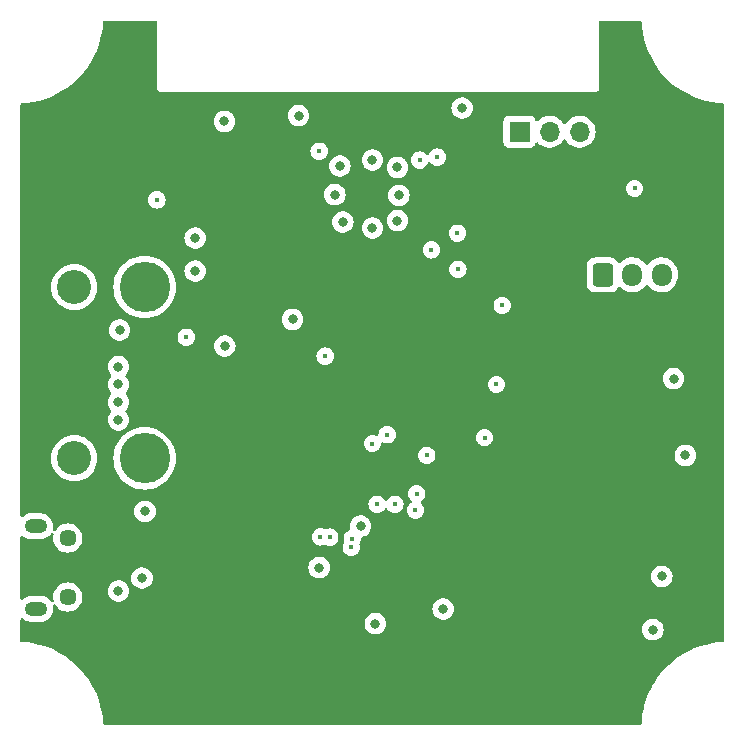
<source format=gbr>
%TF.GenerationSoftware,KiCad,Pcbnew,7.0.2*%
%TF.CreationDate,2023-05-30T18:58:33-07:00*%
%TF.ProjectId,TvMux,54764d75-782e-46b6-9963-61645f706362,rev?*%
%TF.SameCoordinates,Original*%
%TF.FileFunction,Copper,L3,Inr*%
%TF.FilePolarity,Positive*%
%FSLAX46Y46*%
G04 Gerber Fmt 4.6, Leading zero omitted, Abs format (unit mm)*
G04 Created by KiCad (PCBNEW 7.0.2) date 2023-05-30 18:58:33*
%MOMM*%
%LPD*%
G01*
G04 APERTURE LIST*
G04 Aperture macros list*
%AMRoundRect*
0 Rectangle with rounded corners*
0 $1 Rounding radius*
0 $2 $3 $4 $5 $6 $7 $8 $9 X,Y pos of 4 corners*
0 Add a 4 corners polygon primitive as box body*
4,1,4,$2,$3,$4,$5,$6,$7,$8,$9,$2,$3,0*
0 Add four circle primitives for the rounded corners*
1,1,$1+$1,$2,$3*
1,1,$1+$1,$4,$5*
1,1,$1+$1,$6,$7*
1,1,$1+$1,$8,$9*
0 Add four rect primitives between the rounded corners*
20,1,$1+$1,$2,$3,$4,$5,0*
20,1,$1+$1,$4,$5,$6,$7,0*
20,1,$1+$1,$6,$7,$8,$9,0*
20,1,$1+$1,$8,$9,$2,$3,0*%
G04 Aperture macros list end*
%TA.AperFunction,ComponentPad*%
%ADD10C,4.275000*%
%TD*%
%TA.AperFunction,ComponentPad*%
%ADD11C,2.880000*%
%TD*%
%TA.AperFunction,ComponentPad*%
%ADD12R,1.700000X1.700000*%
%TD*%
%TA.AperFunction,ComponentPad*%
%ADD13O,1.700000X1.700000*%
%TD*%
%TA.AperFunction,ComponentPad*%
%ADD14RoundRect,0.250000X-0.600000X-0.725000X0.600000X-0.725000X0.600000X0.725000X-0.600000X0.725000X0*%
%TD*%
%TA.AperFunction,ComponentPad*%
%ADD15O,1.700000X1.950000*%
%TD*%
%TA.AperFunction,ComponentPad*%
%ADD16O,1.900000X1.200000*%
%TD*%
%TA.AperFunction,ComponentPad*%
%ADD17C,1.450000*%
%TD*%
%TA.AperFunction,ViaPad*%
%ADD18C,0.800000*%
%TD*%
%TA.AperFunction,ViaPad*%
%ADD19C,0.450000*%
%TD*%
G04 APERTURE END LIST*
D10*
%TO.N,N/C*%
%TO.C,J3*%
X125725000Y-77750000D03*
X125725000Y-92250000D03*
D11*
X119765000Y-77750000D03*
X119765000Y-92250000D03*
%TD*%
D12*
%TO.N,GND*%
%TO.C,J1*%
X157460000Y-64600000D03*
D13*
%TO.N,Net-(J1-Pin_2)*%
X160000000Y-64600000D03*
%TO.N,Net-(J1-Pin_3)*%
X162540000Y-64600000D03*
%TD*%
D14*
%TO.N,GND*%
%TO.C,J2*%
X164500000Y-76725000D03*
D15*
%TO.N,WII_RX*%
X167000000Y-76725000D03*
%TO.N,WII_TX*%
X169500000Y-76725000D03*
%TD*%
D16*
%TO.N,unconnected-(J4-Shield-Pad6)*%
%TO.C,J4*%
X116512500Y-98000000D03*
D17*
X119212500Y-99000000D03*
X119212500Y-104000000D03*
D16*
X116512500Y-105000000D03*
%TD*%
D18*
%TO.N,3V3*%
X164250000Y-104500000D03*
X134190000Y-63860000D03*
X144387500Y-102362500D03*
X123875000Y-67250000D03*
X123500000Y-72750000D03*
X126250000Y-104000000D03*
X159500000Y-88750000D03*
X118500000Y-66750000D03*
X154250000Y-101500000D03*
X116750000Y-73000000D03*
X165200000Y-62400000D03*
X129000000Y-63250000D03*
%TO.N,GND*%
X140500000Y-101500000D03*
X142250000Y-67500000D03*
X123600000Y-81400000D03*
X170500000Y-85500000D03*
X168750000Y-106750000D03*
X123500000Y-87500000D03*
X145000000Y-72750000D03*
X169500000Y-102250000D03*
X144000000Y-98000000D03*
X138750000Y-63250000D03*
X151000000Y-105000000D03*
X145250000Y-106250000D03*
X123500000Y-84500000D03*
X138250000Y-80500000D03*
X145000000Y-67000000D03*
X171500000Y-92000000D03*
X147250000Y-70000000D03*
X142500000Y-72250000D03*
X132500000Y-82750000D03*
X147125000Y-67625000D03*
X125750000Y-96750000D03*
X123500000Y-89000000D03*
X147125000Y-72125000D03*
X125500000Y-102400000D03*
X130000000Y-76400000D03*
X141820000Y-69930000D03*
X132475000Y-63725000D03*
X130000000Y-73600000D03*
X152600000Y-62600000D03*
X123500000Y-103500000D03*
X123500000Y-86000000D03*
D19*
%TO.N,WII_PAIR*%
X167200000Y-69400000D03*
X152200000Y-73200000D03*
%TO.N,CHIP_PU*%
X140500000Y-66250000D03*
X141000000Y-83600000D03*
%TO.N,USB_N*%
X140605328Y-98915451D03*
X143216343Y-99791558D03*
%TO.N,USB_P*%
X141394728Y-98925768D03*
X143300000Y-99046497D03*
%TO.N,HDMI_DDC_SDA*%
X129250000Y-82000000D03*
X126750000Y-70375000D03*
%TO.N,BOOT*%
X155500000Y-86000000D03*
X156000000Y-79306500D03*
%TO.N,RGB*%
X154500000Y-90500000D03*
X152250000Y-76250000D03*
%TO.N,U0_TXD*%
X150500000Y-66750000D03*
X148750000Y-95250000D03*
%TO.N,U0_RXD*%
X146900000Y-96150000D03*
X149000000Y-67000000D03*
%TO.N,Net-(Q5-E)*%
X146250000Y-90250000D03*
X148650000Y-96650000D03*
%TO.N,Net-(Q6-E)*%
X145400000Y-96150000D03*
X145000000Y-91000000D03*
%TO.N,Net-(U1-GPIO5)*%
X149600000Y-92000000D03*
X150000000Y-74600000D03*
%TD*%
%TA.AperFunction,Conductor*%
%TO.N,3V3*%
G36*
X126741621Y-55220502D02*
G01*
X126788114Y-55274158D01*
X126799500Y-55326499D01*
X126799500Y-60954236D01*
X126799500Y-60954237D01*
X126799500Y-61045763D01*
X126803395Y-61053851D01*
X126812713Y-61080481D01*
X126814710Y-61089231D01*
X126820304Y-61096245D01*
X126835317Y-61120136D01*
X126839212Y-61128224D01*
X126846231Y-61133822D01*
X126866180Y-61153771D01*
X126871776Y-61160788D01*
X126879856Y-61164679D01*
X126879858Y-61164680D01*
X126903749Y-61179692D01*
X126910769Y-61185290D01*
X126919518Y-61187286D01*
X126946143Y-61196602D01*
X126954237Y-61200500D01*
X126954239Y-61200500D01*
X164045763Y-61200500D01*
X164053847Y-61196606D01*
X164080482Y-61187286D01*
X164089231Y-61185290D01*
X164091175Y-61183738D01*
X164096247Y-61179695D01*
X164120139Y-61164681D01*
X164128224Y-61160788D01*
X164133821Y-61153768D01*
X164153768Y-61133821D01*
X164160788Y-61128224D01*
X164164683Y-61120136D01*
X164179695Y-61096247D01*
X164185289Y-61089232D01*
X164185288Y-61089232D01*
X164185290Y-61089231D01*
X164187287Y-61080481D01*
X164196607Y-61053846D01*
X164200500Y-61045762D01*
X164200500Y-55326500D01*
X164220502Y-55258379D01*
X164274158Y-55211886D01*
X164326500Y-55200500D01*
X167678137Y-55200500D01*
X167746258Y-55220502D01*
X167792751Y-55274158D01*
X167803815Y-55317510D01*
X167836192Y-55770189D01*
X167836510Y-55772403D01*
X167836511Y-55772409D01*
X167909070Y-56277075D01*
X167909074Y-56277101D01*
X167909389Y-56279287D01*
X167909866Y-56281480D01*
X167909867Y-56281485D01*
X168018239Y-56779662D01*
X168018242Y-56779676D01*
X168018719Y-56781866D01*
X168019347Y-56784007D01*
X168019352Y-56784024D01*
X168162988Y-57273205D01*
X168162994Y-57273224D01*
X168163623Y-57275365D01*
X168164403Y-57277458D01*
X168164406Y-57277465D01*
X168342584Y-57755178D01*
X168343364Y-57757269D01*
X168557026Y-58225123D01*
X168803519Y-58676542D01*
X169081589Y-59109226D01*
X169389817Y-59520971D01*
X169391269Y-59522647D01*
X169391283Y-59522664D01*
X169725156Y-59907974D01*
X169726633Y-59909678D01*
X170090322Y-60273367D01*
X170092019Y-60274838D01*
X170092025Y-60274843D01*
X170477335Y-60608716D01*
X170477349Y-60608727D01*
X170479029Y-60610183D01*
X170890774Y-60918411D01*
X171323458Y-61196481D01*
X171774877Y-61442974D01*
X172242731Y-61656636D01*
X172724635Y-61836377D01*
X173218134Y-61981281D01*
X173720713Y-62090611D01*
X173722921Y-62090928D01*
X173722924Y-62090929D01*
X173792604Y-62100947D01*
X174229811Y-62163808D01*
X174682489Y-62196184D01*
X174749009Y-62220995D01*
X174791556Y-62277830D01*
X174799500Y-62321863D01*
X174799500Y-107678136D01*
X174779498Y-107746257D01*
X174725842Y-107792750D01*
X174682489Y-107803815D01*
X174232055Y-107836031D01*
X174232040Y-107836032D01*
X174229811Y-107836192D01*
X174227599Y-107836510D01*
X174227590Y-107836511D01*
X173722924Y-107909070D01*
X173722894Y-107909075D01*
X173720713Y-107909389D01*
X173718523Y-107909865D01*
X173718514Y-107909867D01*
X173220337Y-108018239D01*
X173220316Y-108018244D01*
X173218134Y-108018719D01*
X173215999Y-108019345D01*
X173215975Y-108019352D01*
X172726794Y-108162988D01*
X172726766Y-108162997D01*
X172724635Y-108163623D01*
X172722549Y-108164400D01*
X172722534Y-108164406D01*
X172244821Y-108342584D01*
X172244809Y-108342588D01*
X172242731Y-108343364D01*
X172240718Y-108344283D01*
X172240697Y-108344292D01*
X171776923Y-108556091D01*
X171776908Y-108556098D01*
X171774877Y-108557026D01*
X171772922Y-108558093D01*
X171772903Y-108558103D01*
X171325431Y-108802441D01*
X171325416Y-108802449D01*
X171323458Y-108803519D01*
X171321584Y-108804722D01*
X171321566Y-108804734D01*
X170892663Y-109080374D01*
X170892643Y-109080387D01*
X170890774Y-109081589D01*
X170888984Y-109082928D01*
X170888971Y-109082938D01*
X170480825Y-109388472D01*
X170480815Y-109388479D01*
X170479029Y-109389817D01*
X170477365Y-109391258D01*
X170477335Y-109391283D01*
X170092025Y-109725156D01*
X170092004Y-109725175D01*
X170090322Y-109726633D01*
X170088734Y-109728220D01*
X170088720Y-109728234D01*
X169728234Y-110088720D01*
X169728220Y-110088734D01*
X169726633Y-110090322D01*
X169725175Y-110092004D01*
X169725156Y-110092025D01*
X169391283Y-110477335D01*
X169391258Y-110477365D01*
X169389817Y-110479029D01*
X169388479Y-110480815D01*
X169388472Y-110480825D01*
X169082938Y-110888971D01*
X169082928Y-110888984D01*
X169081589Y-110890774D01*
X169080387Y-110892643D01*
X169080374Y-110892663D01*
X168804734Y-111321566D01*
X168804722Y-111321584D01*
X168803519Y-111323458D01*
X168802449Y-111325416D01*
X168802441Y-111325431D01*
X168558103Y-111772903D01*
X168558093Y-111772922D01*
X168557026Y-111774877D01*
X168556098Y-111776908D01*
X168556091Y-111776923D01*
X168344292Y-112240697D01*
X168344283Y-112240718D01*
X168343364Y-112242731D01*
X168342588Y-112244809D01*
X168342584Y-112244821D01*
X168164406Y-112722534D01*
X168164400Y-112722549D01*
X168163623Y-112724635D01*
X168162997Y-112726766D01*
X168162988Y-112726794D01*
X168019352Y-113215975D01*
X168019345Y-113215999D01*
X168018719Y-113218134D01*
X168018244Y-113220316D01*
X168018239Y-113220337D01*
X167960237Y-113486969D01*
X167909389Y-113720713D01*
X167909075Y-113722894D01*
X167909070Y-113722924D01*
X167871162Y-113986587D01*
X167836192Y-114229811D01*
X167836032Y-114232040D01*
X167836031Y-114232055D01*
X167803816Y-114682489D01*
X167779005Y-114749009D01*
X167722170Y-114791556D01*
X167678137Y-114799500D01*
X122321863Y-114799500D01*
X122253742Y-114779498D01*
X122207249Y-114725842D01*
X122196184Y-114682489D01*
X122163968Y-114232055D01*
X122163808Y-114229811D01*
X122090611Y-113720713D01*
X121981281Y-113218134D01*
X121836377Y-112724635D01*
X121656636Y-112242731D01*
X121442974Y-111774877D01*
X121196481Y-111323458D01*
X120918411Y-110890774D01*
X120610183Y-110479029D01*
X120608727Y-110477349D01*
X120608716Y-110477335D01*
X120274843Y-110092025D01*
X120274838Y-110092019D01*
X120273367Y-110090322D01*
X119909678Y-109726633D01*
X119907981Y-109725162D01*
X119907974Y-109725156D01*
X119522664Y-109391283D01*
X119522647Y-109391269D01*
X119520971Y-109389817D01*
X119109226Y-109081589D01*
X119107343Y-109080378D01*
X119107336Y-109080374D01*
X118678433Y-108804734D01*
X118678427Y-108804730D01*
X118676542Y-108803519D01*
X118674568Y-108802441D01*
X118227096Y-108558103D01*
X118227088Y-108558099D01*
X118225123Y-108557026D01*
X118105910Y-108502583D01*
X117759302Y-108344292D01*
X117759291Y-108344287D01*
X117757269Y-108343364D01*
X117755178Y-108342584D01*
X117277465Y-108164406D01*
X117277458Y-108164403D01*
X117275365Y-108163623D01*
X117273224Y-108162994D01*
X117273205Y-108162988D01*
X116784024Y-108019352D01*
X116784007Y-108019347D01*
X116781866Y-108018719D01*
X116779676Y-108018242D01*
X116779662Y-108018239D01*
X116281485Y-107909867D01*
X116281480Y-107909866D01*
X116279287Y-107909389D01*
X116277101Y-107909074D01*
X116277075Y-107909070D01*
X115772409Y-107836511D01*
X115772403Y-107836510D01*
X115770189Y-107836192D01*
X115767956Y-107836032D01*
X115767944Y-107836031D01*
X115317511Y-107803815D01*
X115250991Y-107779004D01*
X115208444Y-107722168D01*
X115200500Y-107678136D01*
X115200500Y-106250000D01*
X144336496Y-106250000D01*
X144356458Y-106439929D01*
X144415472Y-106621556D01*
X144510958Y-106786942D01*
X144510960Y-106786944D01*
X144638747Y-106928866D01*
X144793248Y-107041118D01*
X144967712Y-107118794D01*
X145154513Y-107158500D01*
X145154515Y-107158500D01*
X145345485Y-107158500D01*
X145345487Y-107158500D01*
X145532288Y-107118794D01*
X145706752Y-107041118D01*
X145861253Y-106928866D01*
X145989040Y-106786944D01*
X146010370Y-106749999D01*
X167836496Y-106749999D01*
X167856458Y-106939929D01*
X167915472Y-107121556D01*
X168010958Y-107286942D01*
X168010960Y-107286944D01*
X168138747Y-107428866D01*
X168293248Y-107541118D01*
X168467712Y-107618794D01*
X168654513Y-107658500D01*
X168654515Y-107658500D01*
X168845485Y-107658500D01*
X168845487Y-107658500D01*
X169032288Y-107618794D01*
X169206752Y-107541118D01*
X169361253Y-107428866D01*
X169489040Y-107286944D01*
X169584527Y-107121556D01*
X169643542Y-106939928D01*
X169663504Y-106750000D01*
X169643542Y-106560072D01*
X169584527Y-106378444D01*
X169584527Y-106378443D01*
X169489041Y-106213057D01*
X169361252Y-106071133D01*
X169206753Y-105958883D01*
X169206752Y-105958882D01*
X169032288Y-105881206D01*
X168845487Y-105841500D01*
X168654513Y-105841500D01*
X168529978Y-105867970D01*
X168467711Y-105881206D01*
X168293246Y-105958883D01*
X168138747Y-106071133D01*
X168010958Y-106213057D01*
X167915472Y-106378443D01*
X167856458Y-106560070D01*
X167836496Y-106749999D01*
X146010370Y-106749999D01*
X146084527Y-106621556D01*
X146143542Y-106439928D01*
X146163504Y-106250000D01*
X146143542Y-106060072D01*
X146094293Y-105908500D01*
X146084527Y-105878443D01*
X145989041Y-105713057D01*
X145861252Y-105571133D01*
X145784002Y-105515008D01*
X145706752Y-105458882D01*
X145532288Y-105381206D01*
X145345487Y-105341500D01*
X145154513Y-105341500D01*
X145029978Y-105367970D01*
X144967711Y-105381206D01*
X144793246Y-105458883D01*
X144638747Y-105571133D01*
X144510958Y-105713057D01*
X144415472Y-105878443D01*
X144356458Y-106060070D01*
X144336496Y-106250000D01*
X115200500Y-106250000D01*
X115200500Y-105908612D01*
X115220502Y-105840491D01*
X115274158Y-105793998D01*
X115344432Y-105783894D01*
X115409012Y-105813388D01*
X115413428Y-105817401D01*
X115474154Y-105875303D01*
X115525984Y-105908612D01*
X115652249Y-105989758D01*
X115848775Y-106068435D01*
X115848777Y-106068435D01*
X115848779Y-106068436D01*
X116056651Y-106108500D01*
X116912302Y-106108500D01*
X116915303Y-106108500D01*
X117073239Y-106093419D01*
X117276362Y-106033777D01*
X117464526Y-105936771D01*
X117630932Y-105805908D01*
X117769565Y-105645918D01*
X117875413Y-105462582D01*
X117944653Y-105262527D01*
X117967248Y-105105369D01*
X117974781Y-105052985D01*
X117964708Y-104841527D01*
X117953641Y-104795910D01*
X117946607Y-104766913D01*
X117949985Y-104695998D01*
X117991166Y-104638166D01*
X118057077Y-104611779D01*
X118126791Y-104625214D01*
X118172268Y-104664937D01*
X118263977Y-104795910D01*
X118416589Y-104948522D01*
X118416592Y-104948524D01*
X118416593Y-104948525D01*
X118593394Y-105072323D01*
X118789007Y-105163539D01*
X118997487Y-105219401D01*
X119212500Y-105238212D01*
X119427513Y-105219401D01*
X119635993Y-105163539D01*
X119831606Y-105072323D01*
X119934893Y-105000000D01*
X150086496Y-105000000D01*
X150106458Y-105189929D01*
X150165472Y-105371556D01*
X150260958Y-105536942D01*
X150388747Y-105678866D01*
X150543248Y-105791118D01*
X150717712Y-105868794D01*
X150904513Y-105908500D01*
X150904515Y-105908500D01*
X151095485Y-105908500D01*
X151095487Y-105908500D01*
X151282288Y-105868794D01*
X151456752Y-105791118D01*
X151611253Y-105678866D01*
X151739040Y-105536944D01*
X151834527Y-105371556D01*
X151893542Y-105189928D01*
X151913504Y-105000000D01*
X151893542Y-104810072D01*
X151856477Y-104695998D01*
X151834527Y-104628443D01*
X151739041Y-104463057D01*
X151611252Y-104321133D01*
X151465193Y-104215015D01*
X151456752Y-104208882D01*
X151282288Y-104131206D01*
X151095487Y-104091500D01*
X150904513Y-104091500D01*
X150779979Y-104117970D01*
X150717711Y-104131206D01*
X150543246Y-104208883D01*
X150388747Y-104321133D01*
X150260958Y-104463057D01*
X150165472Y-104628443D01*
X150106458Y-104810070D01*
X150086496Y-105000000D01*
X119934893Y-105000000D01*
X120008407Y-104948525D01*
X120161025Y-104795907D01*
X120284823Y-104619106D01*
X120376039Y-104423493D01*
X120431901Y-104215013D01*
X120450712Y-104000000D01*
X120431901Y-103784987D01*
X120376039Y-103576507D01*
X120340363Y-103500000D01*
X122586496Y-103500000D01*
X122606458Y-103689929D01*
X122665472Y-103871556D01*
X122760958Y-104036942D01*
X122888747Y-104178865D01*
X122888747Y-104178866D01*
X123043248Y-104291118D01*
X123217712Y-104368794D01*
X123404513Y-104408500D01*
X123404515Y-104408500D01*
X123595485Y-104408500D01*
X123595487Y-104408500D01*
X123782288Y-104368794D01*
X123956752Y-104291118D01*
X124111253Y-104178866D01*
X124239040Y-104036944D01*
X124334527Y-103871556D01*
X124393542Y-103689928D01*
X124413504Y-103500000D01*
X124393542Y-103310072D01*
X124334527Y-103128444D01*
X124334527Y-103128443D01*
X124239041Y-102963057D01*
X124125053Y-102836461D01*
X124111253Y-102821134D01*
X123956752Y-102708882D01*
X123782288Y-102631206D01*
X123595487Y-102591500D01*
X123404513Y-102591500D01*
X123279978Y-102617970D01*
X123217711Y-102631206D01*
X123043246Y-102708883D01*
X122888747Y-102821133D01*
X122760958Y-102963057D01*
X122665472Y-103128443D01*
X122606458Y-103310070D01*
X122586496Y-103500000D01*
X120340363Y-103500000D01*
X120284823Y-103380894D01*
X120161025Y-103204093D01*
X120161024Y-103204092D01*
X120161022Y-103204089D01*
X120008410Y-103051477D01*
X119831606Y-102927677D01*
X119635992Y-102836460D01*
X119427513Y-102780599D01*
X119212500Y-102761788D01*
X118997486Y-102780599D01*
X118789007Y-102836460D01*
X118593393Y-102927677D01*
X118416589Y-103051477D01*
X118263977Y-103204089D01*
X118140177Y-103380893D01*
X118048960Y-103576507D01*
X117993099Y-103784986D01*
X117974288Y-104000000D01*
X117993099Y-104215015D01*
X118010680Y-104280630D01*
X118008990Y-104351607D01*
X117969195Y-104410402D01*
X117903930Y-104438349D01*
X117833917Y-104426575D01*
X117786336Y-104386327D01*
X117763374Y-104354082D01*
X117704059Y-104270785D01*
X117550846Y-104124697D01*
X117414297Y-104036942D01*
X117372750Y-104010241D01*
X117176224Y-103931564D01*
X116968349Y-103891500D01*
X116109697Y-103891500D01*
X116051828Y-103897025D01*
X115951757Y-103906581D01*
X115748638Y-103966222D01*
X115560474Y-104063228D01*
X115524524Y-104091500D01*
X115404386Y-104185977D01*
X115338477Y-104212363D01*
X115268764Y-104198927D01*
X115217381Y-104149934D01*
X115200500Y-104086934D01*
X115200500Y-102400000D01*
X124586496Y-102400000D01*
X124606458Y-102589929D01*
X124665472Y-102771556D01*
X124760958Y-102936942D01*
X124760960Y-102936944D01*
X124888747Y-103078866D01*
X125043248Y-103191118D01*
X125217712Y-103268794D01*
X125404513Y-103308500D01*
X125404515Y-103308500D01*
X125595485Y-103308500D01*
X125595487Y-103308500D01*
X125782288Y-103268794D01*
X125956752Y-103191118D01*
X126111253Y-103078866D01*
X126239040Y-102936944D01*
X126334527Y-102771556D01*
X126393542Y-102589928D01*
X126413504Y-102400000D01*
X126393542Y-102210072D01*
X126334527Y-102028444D01*
X126334527Y-102028443D01*
X126239041Y-101863057D01*
X126111252Y-101721133D01*
X125956753Y-101608883D01*
X125956752Y-101608882D01*
X125782288Y-101531206D01*
X125635476Y-101500000D01*
X139586496Y-101500000D01*
X139606458Y-101689929D01*
X139665472Y-101871556D01*
X139760958Y-102036942D01*
X139888747Y-102178865D01*
X139888747Y-102178866D01*
X140043248Y-102291118D01*
X140217712Y-102368794D01*
X140404513Y-102408500D01*
X140404515Y-102408500D01*
X140595485Y-102408500D01*
X140595487Y-102408500D01*
X140782288Y-102368794D01*
X140956752Y-102291118D01*
X141013347Y-102249999D01*
X168586496Y-102249999D01*
X168606458Y-102439929D01*
X168665472Y-102621556D01*
X168760958Y-102786942D01*
X168760960Y-102786944D01*
X168888747Y-102928866D01*
X169043248Y-103041118D01*
X169217712Y-103118794D01*
X169404513Y-103158500D01*
X169404515Y-103158500D01*
X169595485Y-103158500D01*
X169595487Y-103158500D01*
X169782288Y-103118794D01*
X169956752Y-103041118D01*
X170111253Y-102928866D01*
X170239040Y-102786944D01*
X170334527Y-102621556D01*
X170393542Y-102439928D01*
X170413504Y-102250000D01*
X170393542Y-102060072D01*
X170334527Y-101878444D01*
X170334527Y-101878443D01*
X170239041Y-101713057D01*
X170111252Y-101571133D01*
X170013346Y-101500000D01*
X169956752Y-101458882D01*
X169782288Y-101381206D01*
X169595487Y-101341500D01*
X169404513Y-101341500D01*
X169279979Y-101367970D01*
X169217711Y-101381206D01*
X169043246Y-101458883D01*
X168888747Y-101571133D01*
X168760958Y-101713057D01*
X168665472Y-101878443D01*
X168606458Y-102060070D01*
X168586496Y-102249999D01*
X141013347Y-102249999D01*
X141111253Y-102178866D01*
X141239040Y-102036944D01*
X141334527Y-101871556D01*
X141393542Y-101689928D01*
X141413504Y-101500000D01*
X141393542Y-101310072D01*
X141334527Y-101128444D01*
X141334527Y-101128443D01*
X141239041Y-100963057D01*
X141111252Y-100821133D01*
X140956753Y-100708883D01*
X140956752Y-100708882D01*
X140782288Y-100631206D01*
X140595487Y-100591500D01*
X140404513Y-100591500D01*
X140279978Y-100617970D01*
X140217711Y-100631206D01*
X140043246Y-100708883D01*
X139888747Y-100821133D01*
X139760958Y-100963057D01*
X139665472Y-101128443D01*
X139606458Y-101310070D01*
X139586496Y-101500000D01*
X125635476Y-101500000D01*
X125595487Y-101491500D01*
X125404513Y-101491500D01*
X125279979Y-101517970D01*
X125217711Y-101531206D01*
X125043246Y-101608883D01*
X124888747Y-101721133D01*
X124760958Y-101863057D01*
X124665472Y-102028443D01*
X124606458Y-102210070D01*
X124586496Y-102400000D01*
X115200500Y-102400000D01*
X115200500Y-98908612D01*
X115220502Y-98840491D01*
X115274158Y-98793998D01*
X115344432Y-98783894D01*
X115409012Y-98813388D01*
X115413428Y-98817401D01*
X115474154Y-98875303D01*
X115552679Y-98925768D01*
X115652249Y-98989758D01*
X115848775Y-99068435D01*
X115848777Y-99068435D01*
X115848779Y-99068436D01*
X116056651Y-99108500D01*
X116912302Y-99108500D01*
X116915303Y-99108500D01*
X117073239Y-99093419D01*
X117276362Y-99033777D01*
X117464526Y-98936771D01*
X117630932Y-98805908D01*
X117769565Y-98645918D01*
X117777684Y-98631854D01*
X117829065Y-98582860D01*
X117898778Y-98569422D01*
X117964690Y-98595807D01*
X118005874Y-98653638D01*
X118009254Y-98724554D01*
X118008512Y-98727462D01*
X117993099Y-98784984D01*
X117974288Y-99000000D01*
X117993099Y-99215013D01*
X118048960Y-99423492D01*
X118140177Y-99619106D01*
X118263977Y-99795910D01*
X118416589Y-99948522D01*
X118416592Y-99948524D01*
X118416593Y-99948525D01*
X118593394Y-100072323D01*
X118789007Y-100163539D01*
X118997487Y-100219401D01*
X119212500Y-100238212D01*
X119427513Y-100219401D01*
X119635993Y-100163539D01*
X119831606Y-100072323D01*
X120008407Y-99948525D01*
X120161025Y-99795907D01*
X120164070Y-99791558D01*
X142478202Y-99791558D01*
X142496709Y-99955812D01*
X142551300Y-100111824D01*
X142639242Y-100251783D01*
X142756117Y-100368658D01*
X142756119Y-100368659D01*
X142756120Y-100368660D01*
X142896076Y-100456600D01*
X143052091Y-100511192D01*
X143216343Y-100529699D01*
X143380595Y-100511192D01*
X143536610Y-100456600D01*
X143676566Y-100368660D01*
X143793445Y-100251781D01*
X143881385Y-100111825D01*
X143935977Y-99955810D01*
X143954484Y-99791558D01*
X143935977Y-99627306D01*
X143907855Y-99546941D01*
X143904236Y-99476039D01*
X143920096Y-99438294D01*
X143965042Y-99366764D01*
X144019634Y-99210749D01*
X144038141Y-99046497D01*
X144037095Y-99037217D01*
X144049344Y-98967288D01*
X144097457Y-98915080D01*
X144136099Y-98899867D01*
X144282288Y-98868794D01*
X144456752Y-98791118D01*
X144611253Y-98678866D01*
X144739040Y-98536944D01*
X144834527Y-98371556D01*
X144893542Y-98189928D01*
X144913504Y-98000000D01*
X144893542Y-97810072D01*
X144834527Y-97628444D01*
X144834527Y-97628443D01*
X144739041Y-97463057D01*
X144611252Y-97321133D01*
X144534002Y-97265008D01*
X144456752Y-97208882D01*
X144282288Y-97131206D01*
X144095487Y-97091500D01*
X143904513Y-97091500D01*
X143779979Y-97117970D01*
X143717711Y-97131206D01*
X143543246Y-97208883D01*
X143388747Y-97321133D01*
X143260958Y-97463057D01*
X143165472Y-97628443D01*
X143106458Y-97810070D01*
X143103684Y-97836461D01*
X143086496Y-98000000D01*
X143106458Y-98189928D01*
X143111059Y-98204089D01*
X143111327Y-98204912D01*
X143113355Y-98275879D01*
X143076692Y-98336677D01*
X143033111Y-98362777D01*
X143009768Y-98370945D01*
X142979733Y-98381455D01*
X142979731Y-98381455D01*
X142979731Y-98381456D01*
X142839774Y-98469396D01*
X142722899Y-98586271D01*
X142634957Y-98726230D01*
X142580366Y-98882242D01*
X142574222Y-98936771D01*
X142561859Y-99046497D01*
X142565601Y-99079705D01*
X142580366Y-99210751D01*
X142608486Y-99291111D01*
X142612106Y-99362015D01*
X142596245Y-99399761D01*
X142551299Y-99471292D01*
X142496709Y-99627303D01*
X142478202Y-99791558D01*
X120164070Y-99791558D01*
X120284823Y-99619106D01*
X120376039Y-99423493D01*
X120431901Y-99215013D01*
X120450712Y-99000000D01*
X120443315Y-98915451D01*
X139867187Y-98915451D01*
X139869589Y-98936769D01*
X139885694Y-99079705D01*
X139940285Y-99235717D01*
X140028227Y-99375676D01*
X140145102Y-99492551D01*
X140145104Y-99492552D01*
X140145105Y-99492553D01*
X140285061Y-99580493D01*
X140441076Y-99635085D01*
X140605328Y-99653592D01*
X140769580Y-99635085D01*
X140925595Y-99580493D01*
X140925595Y-99580492D01*
X140938995Y-99575804D01*
X140939371Y-99576880D01*
X140993099Y-99561697D01*
X141058851Y-99581002D01*
X141074461Y-99590810D01*
X141230476Y-99645402D01*
X141394728Y-99663909D01*
X141558980Y-99645402D01*
X141714995Y-99590810D01*
X141854951Y-99502870D01*
X141971830Y-99385991D01*
X142059770Y-99246035D01*
X142114362Y-99090020D01*
X142132869Y-98925768D01*
X142114362Y-98761516D01*
X142059770Y-98605501D01*
X141971830Y-98465545D01*
X141971829Y-98465544D01*
X141971828Y-98465542D01*
X141854953Y-98348667D01*
X141714994Y-98260725D01*
X141558982Y-98206134D01*
X141449478Y-98193795D01*
X141394728Y-98187627D01*
X141394727Y-98187627D01*
X141230473Y-98206134D01*
X141061062Y-98265414D01*
X141060685Y-98264337D01*
X141006946Y-98279521D01*
X140941204Y-98260217D01*
X140925595Y-98250409D01*
X140925593Y-98250408D01*
X140925591Y-98250407D01*
X140769582Y-98195817D01*
X140605328Y-98177310D01*
X140441073Y-98195817D01*
X140285061Y-98250408D01*
X140145102Y-98338350D01*
X140028227Y-98455225D01*
X139940285Y-98595184D01*
X139885694Y-98751196D01*
X139867229Y-98915080D01*
X139867187Y-98915451D01*
X120443315Y-98915451D01*
X120431901Y-98784987D01*
X120376039Y-98576507D01*
X120284823Y-98380894D01*
X120161025Y-98204093D01*
X120161024Y-98204092D01*
X120161022Y-98204089D01*
X120008410Y-98051477D01*
X119831606Y-97927677D01*
X119635992Y-97836460D01*
X119427513Y-97780599D01*
X119212500Y-97761788D01*
X118997486Y-97780599D01*
X118789007Y-97836460D01*
X118593393Y-97927677D01*
X118416589Y-98051477D01*
X118263977Y-98204089D01*
X118175861Y-98329931D01*
X118120403Y-98374260D01*
X118049784Y-98381568D01*
X117986424Y-98349537D01*
X117950439Y-98288335D01*
X117947931Y-98239728D01*
X117974781Y-98052984D01*
X117964708Y-97841527D01*
X117945364Y-97761788D01*
X117914798Y-97635796D01*
X117826856Y-97443229D01*
X117826854Y-97443224D01*
X117704063Y-97270788D01*
X117628696Y-97198927D01*
X117550846Y-97124697D01*
X117455199Y-97063228D01*
X117372750Y-97010241D01*
X117176224Y-96931564D01*
X116968349Y-96891500D01*
X116109697Y-96891500D01*
X116051828Y-96897025D01*
X115951757Y-96906581D01*
X115748638Y-96966222D01*
X115560474Y-97063228D01*
X115486305Y-97121556D01*
X115404386Y-97185977D01*
X115338477Y-97212363D01*
X115268764Y-97198927D01*
X115217381Y-97149934D01*
X115200500Y-97086934D01*
X115200500Y-96750000D01*
X124836496Y-96750000D01*
X124856458Y-96939929D01*
X124915472Y-97121556D01*
X125010958Y-97286942D01*
X125041744Y-97321133D01*
X125138747Y-97428866D01*
X125293248Y-97541118D01*
X125467712Y-97618794D01*
X125654513Y-97658500D01*
X125654515Y-97658500D01*
X125845485Y-97658500D01*
X125845487Y-97658500D01*
X126032288Y-97618794D01*
X126206752Y-97541118D01*
X126361253Y-97428866D01*
X126489040Y-97286944D01*
X126584527Y-97121556D01*
X126643542Y-96939928D01*
X126663504Y-96750000D01*
X126643542Y-96560072D01*
X126584527Y-96378444D01*
X126584527Y-96378443D01*
X126489041Y-96213057D01*
X126432264Y-96150000D01*
X144661859Y-96150000D01*
X144680366Y-96314254D01*
X144734957Y-96470266D01*
X144822899Y-96610225D01*
X144939774Y-96727100D01*
X144939776Y-96727101D01*
X144939777Y-96727102D01*
X145079733Y-96815042D01*
X145235748Y-96869634D01*
X145400000Y-96888141D01*
X145564252Y-96869634D01*
X145720267Y-96815042D01*
X145860223Y-96727102D01*
X145977102Y-96610223D01*
X146043315Y-96504845D01*
X146096491Y-96457810D01*
X146166658Y-96446990D01*
X146231536Y-96475823D01*
X146256683Y-96504842D01*
X146322898Y-96610223D01*
X146322901Y-96610227D01*
X146439774Y-96727100D01*
X146439776Y-96727101D01*
X146439777Y-96727102D01*
X146579733Y-96815042D01*
X146735748Y-96869634D01*
X146900000Y-96888141D01*
X147064252Y-96869634D01*
X147220267Y-96815042D01*
X147360223Y-96727102D01*
X147437326Y-96649999D01*
X147911859Y-96649999D01*
X147930366Y-96814254D01*
X147984957Y-96970266D01*
X148072899Y-97110225D01*
X148189774Y-97227100D01*
X148189776Y-97227101D01*
X148189777Y-97227102D01*
X148329733Y-97315042D01*
X148485748Y-97369634D01*
X148650000Y-97388141D01*
X148814252Y-97369634D01*
X148970267Y-97315042D01*
X149110223Y-97227102D01*
X149227102Y-97110223D01*
X149315042Y-96970267D01*
X149369634Y-96814252D01*
X149388141Y-96650000D01*
X149369634Y-96485748D01*
X149315042Y-96329733D01*
X149227102Y-96189777D01*
X149227101Y-96189776D01*
X149227100Y-96189774D01*
X149109584Y-96072258D01*
X149075558Y-96009946D01*
X149080623Y-95939131D01*
X149123170Y-95882295D01*
X149131620Y-95876490D01*
X149210223Y-95827102D01*
X149327102Y-95710223D01*
X149415042Y-95570267D01*
X149469634Y-95414252D01*
X149488141Y-95250000D01*
X149469634Y-95085748D01*
X149415042Y-94929733D01*
X149327102Y-94789777D01*
X149327101Y-94789776D01*
X149327100Y-94789774D01*
X149210225Y-94672899D01*
X149070266Y-94584957D01*
X148914254Y-94530366D01*
X148804750Y-94518028D01*
X148750000Y-94511859D01*
X148749999Y-94511859D01*
X148585745Y-94530366D01*
X148429733Y-94584957D01*
X148289774Y-94672899D01*
X148172899Y-94789774D01*
X148084957Y-94929733D01*
X148030366Y-95085745D01*
X148011859Y-95249999D01*
X148030366Y-95414254D01*
X148084957Y-95570266D01*
X148172899Y-95710225D01*
X148290415Y-95827741D01*
X148324441Y-95890053D01*
X148319376Y-95960868D01*
X148276829Y-96017704D01*
X148268356Y-96023523D01*
X148189775Y-96072898D01*
X148072899Y-96189774D01*
X147984957Y-96329733D01*
X147930366Y-96485745D01*
X147911859Y-96649999D01*
X147437326Y-96649999D01*
X147477102Y-96610223D01*
X147565042Y-96470267D01*
X147619634Y-96314252D01*
X147638141Y-96150000D01*
X147619634Y-95985748D01*
X147565042Y-95829733D01*
X147477102Y-95689777D01*
X147477101Y-95689776D01*
X147477100Y-95689774D01*
X147360225Y-95572899D01*
X147220266Y-95484957D01*
X147064254Y-95430366D01*
X146954750Y-95418027D01*
X146900000Y-95411859D01*
X146899999Y-95411859D01*
X146735745Y-95430366D01*
X146579733Y-95484957D01*
X146439774Y-95572899D01*
X146322898Y-95689775D01*
X146256687Y-95795151D01*
X146203509Y-95842189D01*
X146133341Y-95853009D01*
X146068463Y-95824176D01*
X146043313Y-95795151D01*
X145977101Y-95689775D01*
X145860225Y-95572899D01*
X145720266Y-95484957D01*
X145564254Y-95430366D01*
X145400000Y-95411859D01*
X145235745Y-95430366D01*
X145079733Y-95484957D01*
X144939774Y-95572899D01*
X144822899Y-95689774D01*
X144734957Y-95829733D01*
X144680366Y-95985745D01*
X144661859Y-96150000D01*
X126432264Y-96150000D01*
X126361252Y-96071133D01*
X126243730Y-95985748D01*
X126206752Y-95958882D01*
X126032288Y-95881206D01*
X125845487Y-95841500D01*
X125654513Y-95841500D01*
X125529979Y-95867970D01*
X125467711Y-95881206D01*
X125293246Y-95958883D01*
X125138747Y-96071133D01*
X125010958Y-96213057D01*
X124915472Y-96378443D01*
X124856458Y-96560070D01*
X124836496Y-96750000D01*
X115200500Y-96750000D01*
X115200500Y-92249999D01*
X117811522Y-92249999D01*
X117831407Y-92528013D01*
X117890650Y-92800351D01*
X117890653Y-92800358D01*
X117988055Y-93061504D01*
X117988056Y-93061505D01*
X118121632Y-93306131D01*
X118288662Y-93529257D01*
X118485742Y-93726337D01*
X118525162Y-93755846D01*
X118708871Y-93893369D01*
X118953496Y-94026945D01*
X119214642Y-94124347D01*
X119214643Y-94124347D01*
X119214648Y-94124349D01*
X119486986Y-94183592D01*
X119486991Y-94183593D01*
X119737146Y-94201484D01*
X119764999Y-94203477D01*
X119764999Y-94203476D01*
X119765000Y-94203477D01*
X120043009Y-94183593D01*
X120101263Y-94170920D01*
X120315351Y-94124349D01*
X120315354Y-94124347D01*
X120315358Y-94124347D01*
X120576504Y-94026945D01*
X120821129Y-93893369D01*
X121044255Y-93726339D01*
X121241339Y-93529255D01*
X121408369Y-93306129D01*
X121541945Y-93061504D01*
X121639347Y-92800358D01*
X121641358Y-92791116D01*
X121698592Y-92528013D01*
X121698591Y-92528013D01*
X121698593Y-92528009D01*
X121718477Y-92250000D01*
X123074164Y-92250000D01*
X123074394Y-92253802D01*
X123086880Y-92460225D01*
X123093492Y-92569523D01*
X123094175Y-92573253D01*
X123094177Y-92573265D01*
X123150504Y-92880635D01*
X123151192Y-92884387D01*
X123246425Y-93189999D01*
X123247986Y-93193469D01*
X123247989Y-93193475D01*
X123376236Y-93478429D01*
X123376240Y-93478436D01*
X123377801Y-93481905D01*
X123543405Y-93755846D01*
X123545745Y-93758833D01*
X123545748Y-93758837D01*
X123651145Y-93893367D01*
X123740821Y-94007829D01*
X123967171Y-94234179D01*
X124219154Y-94431595D01*
X124493095Y-94597199D01*
X124785001Y-94728575D01*
X125090613Y-94823808D01*
X125405477Y-94881508D01*
X125725000Y-94900836D01*
X126044523Y-94881508D01*
X126359387Y-94823808D01*
X126664999Y-94728575D01*
X126956905Y-94597199D01*
X127230846Y-94431595D01*
X127482829Y-94234179D01*
X127709179Y-94007829D01*
X127906595Y-93755846D01*
X128072199Y-93481905D01*
X128203575Y-93189999D01*
X128298808Y-92884387D01*
X128356508Y-92569523D01*
X128375836Y-92250000D01*
X128360713Y-92000000D01*
X148861859Y-92000000D01*
X148880366Y-92164254D01*
X148934957Y-92320266D01*
X149022899Y-92460225D01*
X149139774Y-92577100D01*
X149139776Y-92577101D01*
X149139777Y-92577102D01*
X149279733Y-92665042D01*
X149435748Y-92719634D01*
X149600000Y-92738141D01*
X149764252Y-92719634D01*
X149920267Y-92665042D01*
X150060223Y-92577102D01*
X150177102Y-92460223D01*
X150265042Y-92320267D01*
X150319634Y-92164252D01*
X150338141Y-92000000D01*
X150338141Y-91999999D01*
X170586496Y-91999999D01*
X170606458Y-92189929D01*
X170665472Y-92371556D01*
X170760958Y-92536942D01*
X170797118Y-92577102D01*
X170888747Y-92678866D01*
X171043248Y-92791118D01*
X171217712Y-92868794D01*
X171404513Y-92908500D01*
X171404515Y-92908500D01*
X171595485Y-92908500D01*
X171595487Y-92908500D01*
X171782288Y-92868794D01*
X171956752Y-92791118D01*
X172111253Y-92678866D01*
X172239040Y-92536944D01*
X172334527Y-92371556D01*
X172393542Y-92189928D01*
X172413504Y-92000000D01*
X172393542Y-91810072D01*
X172334527Y-91628444D01*
X172334527Y-91628443D01*
X172239041Y-91463057D01*
X172111252Y-91321133D01*
X171997022Y-91238140D01*
X171956752Y-91208882D01*
X171782288Y-91131206D01*
X171595487Y-91091500D01*
X171404513Y-91091500D01*
X171279979Y-91117970D01*
X171217711Y-91131206D01*
X171043246Y-91208883D01*
X170888747Y-91321133D01*
X170760958Y-91463057D01*
X170665472Y-91628443D01*
X170606458Y-91810070D01*
X170586496Y-91999999D01*
X150338141Y-91999999D01*
X150319634Y-91835748D01*
X150285479Y-91738140D01*
X150265042Y-91679733D01*
X150200555Y-91577102D01*
X150177102Y-91539777D01*
X150177101Y-91539776D01*
X150177100Y-91539774D01*
X150060225Y-91422899D01*
X149920266Y-91334957D01*
X149764254Y-91280366D01*
X149600000Y-91261859D01*
X149435745Y-91280366D01*
X149279733Y-91334957D01*
X149139774Y-91422899D01*
X149022899Y-91539774D01*
X148934957Y-91679733D01*
X148880366Y-91835745D01*
X148861859Y-92000000D01*
X128360713Y-92000000D01*
X128356508Y-91930477D01*
X128298808Y-91615613D01*
X128203575Y-91310001D01*
X128072199Y-91018095D01*
X128061260Y-91000000D01*
X144261859Y-91000000D01*
X144280366Y-91164254D01*
X144334957Y-91320266D01*
X144422899Y-91460225D01*
X144539774Y-91577100D01*
X144539776Y-91577101D01*
X144539777Y-91577102D01*
X144679733Y-91665042D01*
X144835748Y-91719634D01*
X145000000Y-91738141D01*
X145164252Y-91719634D01*
X145320267Y-91665042D01*
X145460223Y-91577102D01*
X145577102Y-91460223D01*
X145665042Y-91320267D01*
X145719634Y-91164252D01*
X145737296Y-91007496D01*
X145764799Y-90942047D01*
X145823322Y-90901854D01*
X145894286Y-90899681D01*
X145929535Y-90914917D01*
X145929733Y-90915042D01*
X146085748Y-90969634D01*
X146250000Y-90988141D01*
X146414252Y-90969634D01*
X146570267Y-90915042D01*
X146710223Y-90827102D01*
X146827102Y-90710223D01*
X146915042Y-90570267D01*
X146939629Y-90500000D01*
X153761859Y-90500000D01*
X153780366Y-90664254D01*
X153834957Y-90820266D01*
X153922899Y-90960225D01*
X154039774Y-91077100D01*
X154179733Y-91165042D01*
X154305020Y-91208882D01*
X154335748Y-91219634D01*
X154500000Y-91238141D01*
X154664252Y-91219634D01*
X154820267Y-91165042D01*
X154960223Y-91077102D01*
X155077102Y-90960223D01*
X155165042Y-90820267D01*
X155219634Y-90664252D01*
X155238141Y-90500000D01*
X155219634Y-90335748D01*
X155195165Y-90265821D01*
X155165042Y-90179733D01*
X155105987Y-90085748D01*
X155077102Y-90039777D01*
X155077101Y-90039776D01*
X155077100Y-90039774D01*
X154960225Y-89922899D01*
X154820266Y-89834957D01*
X154664254Y-89780366D01*
X154554750Y-89768028D01*
X154500000Y-89761859D01*
X154499999Y-89761859D01*
X154335745Y-89780366D01*
X154179733Y-89834957D01*
X154039774Y-89922899D01*
X153922899Y-90039774D01*
X153834957Y-90179733D01*
X153780366Y-90335745D01*
X153761859Y-90500000D01*
X146939629Y-90500000D01*
X146969634Y-90414252D01*
X146988141Y-90250000D01*
X146969634Y-90085748D01*
X146915042Y-89929733D01*
X146827102Y-89789777D01*
X146827101Y-89789776D01*
X146827100Y-89789774D01*
X146710225Y-89672899D01*
X146570266Y-89584957D01*
X146414254Y-89530366D01*
X146250000Y-89511859D01*
X146085745Y-89530366D01*
X145929733Y-89584957D01*
X145789774Y-89672899D01*
X145672899Y-89789774D01*
X145584957Y-89929733D01*
X145530366Y-90085745D01*
X145512704Y-90242500D01*
X145485200Y-90307953D01*
X145426676Y-90348146D01*
X145355713Y-90350317D01*
X145320463Y-90335081D01*
X145320267Y-90334958D01*
X145164254Y-90280366D01*
X145000000Y-90261859D01*
X144835745Y-90280366D01*
X144679733Y-90334957D01*
X144539774Y-90422899D01*
X144422899Y-90539774D01*
X144334957Y-90679733D01*
X144280366Y-90835745D01*
X144261859Y-91000000D01*
X128061260Y-91000000D01*
X127906595Y-90744154D01*
X127843996Y-90664252D01*
X127711531Y-90495173D01*
X127711530Y-90495172D01*
X127709179Y-90492171D01*
X127482829Y-90265821D01*
X127230846Y-90068405D01*
X126956905Y-89902801D01*
X126953436Y-89901240D01*
X126953429Y-89901236D01*
X126668475Y-89772989D01*
X126668469Y-89772986D01*
X126664999Y-89771425D01*
X126661368Y-89770293D01*
X126661364Y-89770292D01*
X126363024Y-89677325D01*
X126363018Y-89677323D01*
X126359387Y-89676192D01*
X126355641Y-89675505D01*
X126355635Y-89675504D01*
X126048265Y-89619177D01*
X126048253Y-89619175D01*
X126044523Y-89618492D01*
X126040729Y-89618262D01*
X126040725Y-89618262D01*
X125728802Y-89599394D01*
X125725000Y-89599164D01*
X125721198Y-89599394D01*
X125409274Y-89618262D01*
X125409268Y-89618262D01*
X125405477Y-89618492D01*
X125401748Y-89619175D01*
X125401734Y-89619177D01*
X125094364Y-89675504D01*
X125094354Y-89675506D01*
X125090613Y-89676192D01*
X125086985Y-89677322D01*
X125086975Y-89677325D01*
X124788635Y-89770292D01*
X124788626Y-89770295D01*
X124785001Y-89771425D01*
X124781536Y-89772984D01*
X124781524Y-89772989D01*
X124496570Y-89901236D01*
X124496556Y-89901243D01*
X124493095Y-89902801D01*
X124489838Y-89904769D01*
X124489834Y-89904772D01*
X124222407Y-90066438D01*
X124222401Y-90066441D01*
X124219154Y-90068405D01*
X124216173Y-90070740D01*
X124216162Y-90070748D01*
X123970173Y-90263468D01*
X123970162Y-90263477D01*
X123967171Y-90265821D01*
X123964476Y-90268515D01*
X123964468Y-90268523D01*
X123743523Y-90489468D01*
X123743515Y-90489476D01*
X123740821Y-90492171D01*
X123738477Y-90495162D01*
X123738468Y-90495173D01*
X123545748Y-90741162D01*
X123545740Y-90741173D01*
X123543405Y-90744154D01*
X123541441Y-90747401D01*
X123541438Y-90747407D01*
X123395909Y-90988141D01*
X123377801Y-91018095D01*
X123376243Y-91021556D01*
X123376236Y-91021570D01*
X123247989Y-91306524D01*
X123247984Y-91306536D01*
X123246425Y-91310001D01*
X123245295Y-91313626D01*
X123245292Y-91313635D01*
X123152325Y-91611975D01*
X123152322Y-91611985D01*
X123151192Y-91615613D01*
X123150506Y-91619354D01*
X123150504Y-91619364D01*
X123094177Y-91926734D01*
X123094175Y-91926748D01*
X123093492Y-91930477D01*
X123093262Y-91934268D01*
X123093262Y-91934274D01*
X123079351Y-92164252D01*
X123074164Y-92250000D01*
X121718477Y-92250000D01*
X121698593Y-91971991D01*
X121668955Y-91835748D01*
X121639349Y-91699648D01*
X121626442Y-91665042D01*
X121541945Y-91438496D01*
X121408369Y-91193871D01*
X121386197Y-91164252D01*
X121241337Y-90970742D01*
X121044257Y-90773662D01*
X120821131Y-90606632D01*
X120754532Y-90570266D01*
X120576504Y-90473055D01*
X120415361Y-90412952D01*
X120315351Y-90375650D01*
X120043013Y-90316407D01*
X119764999Y-90296522D01*
X119486986Y-90316407D01*
X119214648Y-90375650D01*
X119018782Y-90448704D01*
X118953496Y-90473055D01*
X118953494Y-90473055D01*
X118953494Y-90473056D01*
X118708868Y-90606632D01*
X118485742Y-90773662D01*
X118288662Y-90970742D01*
X118121632Y-91193868D01*
X117988056Y-91438494D01*
X117890650Y-91699648D01*
X117831407Y-91971986D01*
X117811522Y-92249999D01*
X115200500Y-92249999D01*
X115200500Y-89000000D01*
X122586496Y-89000000D01*
X122606458Y-89189929D01*
X122665472Y-89371556D01*
X122760958Y-89536942D01*
X122760960Y-89536944D01*
X122888747Y-89678866D01*
X123043248Y-89791118D01*
X123217712Y-89868794D01*
X123404513Y-89908500D01*
X123404515Y-89908500D01*
X123595485Y-89908500D01*
X123595487Y-89908500D01*
X123782288Y-89868794D01*
X123956752Y-89791118D01*
X124111253Y-89678866D01*
X124239040Y-89536944D01*
X124334527Y-89371556D01*
X124393542Y-89189928D01*
X124413504Y-89000000D01*
X124393542Y-88810072D01*
X124334527Y-88628444D01*
X124334527Y-88628443D01*
X124239041Y-88463057D01*
X124222789Y-88445007D01*
X124123116Y-88334309D01*
X124092400Y-88270303D01*
X124101163Y-88199850D01*
X124123115Y-88165691D01*
X124239040Y-88036944D01*
X124334527Y-87871556D01*
X124393542Y-87689928D01*
X124413504Y-87500000D01*
X124393542Y-87310072D01*
X124334527Y-87128444D01*
X124334527Y-87128443D01*
X124239041Y-86963057D01*
X124222789Y-86945007D01*
X124123116Y-86834309D01*
X124092400Y-86770303D01*
X124101163Y-86699850D01*
X124123115Y-86665691D01*
X124239040Y-86536944D01*
X124334527Y-86371556D01*
X124393542Y-86189928D01*
X124413504Y-86000000D01*
X154761859Y-86000000D01*
X154780366Y-86164254D01*
X154834957Y-86320266D01*
X154922899Y-86460225D01*
X155039774Y-86577100D01*
X155179733Y-86665042D01*
X155279208Y-86699850D01*
X155335748Y-86719634D01*
X155500000Y-86738141D01*
X155664252Y-86719634D01*
X155820267Y-86665042D01*
X155960223Y-86577102D01*
X156077102Y-86460223D01*
X156165042Y-86320267D01*
X156219634Y-86164252D01*
X156238141Y-86000000D01*
X156219634Y-85835748D01*
X156165042Y-85679733D01*
X156077102Y-85539777D01*
X156077101Y-85539776D01*
X156077100Y-85539774D01*
X156037326Y-85500000D01*
X169586496Y-85500000D01*
X169606458Y-85689929D01*
X169665472Y-85871556D01*
X169760958Y-86036942D01*
X169875590Y-86164254D01*
X169888747Y-86178866D01*
X170043248Y-86291118D01*
X170217712Y-86368794D01*
X170404513Y-86408500D01*
X170404515Y-86408500D01*
X170595485Y-86408500D01*
X170595487Y-86408500D01*
X170782288Y-86368794D01*
X170956752Y-86291118D01*
X171111253Y-86178866D01*
X171239040Y-86036944D01*
X171334527Y-85871556D01*
X171393542Y-85689928D01*
X171413504Y-85500000D01*
X171393542Y-85310072D01*
X171334527Y-85128444D01*
X171334527Y-85128443D01*
X171239041Y-84963057D01*
X171111252Y-84821133D01*
X170956753Y-84708883D01*
X170956752Y-84708882D01*
X170782288Y-84631206D01*
X170595487Y-84591500D01*
X170404513Y-84591500D01*
X170279978Y-84617970D01*
X170217711Y-84631206D01*
X170043246Y-84708883D01*
X169888747Y-84821133D01*
X169760958Y-84963057D01*
X169665472Y-85128443D01*
X169606458Y-85310070D01*
X169586496Y-85500000D01*
X156037326Y-85500000D01*
X155960225Y-85422899D01*
X155820266Y-85334957D01*
X155664254Y-85280366D01*
X155500000Y-85261859D01*
X155335745Y-85280366D01*
X155179733Y-85334957D01*
X155039774Y-85422899D01*
X154922899Y-85539774D01*
X154834957Y-85679733D01*
X154780366Y-85835745D01*
X154761859Y-86000000D01*
X124413504Y-86000000D01*
X124393542Y-85810072D01*
X124334527Y-85628444D01*
X124334527Y-85628443D01*
X124239041Y-85463057D01*
X124222789Y-85445007D01*
X124123116Y-85334309D01*
X124092400Y-85270303D01*
X124101163Y-85199850D01*
X124123115Y-85165691D01*
X124239040Y-85036944D01*
X124334527Y-84871556D01*
X124393542Y-84689928D01*
X124413504Y-84500000D01*
X124393542Y-84310072D01*
X124350337Y-84177102D01*
X124334527Y-84128443D01*
X124239041Y-83963057D01*
X124111252Y-83821133D01*
X123956753Y-83708883D01*
X123956752Y-83708882D01*
X123782288Y-83631206D01*
X123595487Y-83591500D01*
X123404513Y-83591500D01*
X123279979Y-83617970D01*
X123217711Y-83631206D01*
X123043246Y-83708883D01*
X122888747Y-83821133D01*
X122760958Y-83963057D01*
X122665472Y-84128443D01*
X122606458Y-84310070D01*
X122586496Y-84500000D01*
X122606458Y-84689929D01*
X122665472Y-84871556D01*
X122760960Y-85036945D01*
X122876882Y-85165690D01*
X122907600Y-85229697D01*
X122898835Y-85300151D01*
X122876882Y-85334310D01*
X122760960Y-85463054D01*
X122665472Y-85628443D01*
X122606458Y-85810070D01*
X122586496Y-85999999D01*
X122606458Y-86189929D01*
X122665472Y-86371556D01*
X122760960Y-86536945D01*
X122876882Y-86665690D01*
X122907600Y-86729697D01*
X122898835Y-86800151D01*
X122876882Y-86834310D01*
X122760960Y-86963054D01*
X122665472Y-87128443D01*
X122606458Y-87310070D01*
X122586496Y-87500000D01*
X122606458Y-87689929D01*
X122665472Y-87871556D01*
X122760958Y-88036942D01*
X122760960Y-88036944D01*
X122876882Y-88165689D01*
X122907599Y-88229696D01*
X122898836Y-88300149D01*
X122876883Y-88334309D01*
X122760958Y-88463057D01*
X122665472Y-88628443D01*
X122606458Y-88810070D01*
X122586496Y-89000000D01*
X115200500Y-89000000D01*
X115200500Y-82750000D01*
X131586496Y-82750000D01*
X131606458Y-82939929D01*
X131665472Y-83121556D01*
X131760958Y-83286942D01*
X131760960Y-83286944D01*
X131888747Y-83428866D01*
X132043248Y-83541118D01*
X132217712Y-83618794D01*
X132404513Y-83658500D01*
X132404515Y-83658500D01*
X132595485Y-83658500D01*
X132595487Y-83658500D01*
X132782288Y-83618794D01*
X132824500Y-83600000D01*
X140261859Y-83600000D01*
X140280366Y-83764254D01*
X140334957Y-83920266D01*
X140422899Y-84060225D01*
X140539774Y-84177100D01*
X140539776Y-84177101D01*
X140539777Y-84177102D01*
X140679733Y-84265042D01*
X140835748Y-84319634D01*
X141000000Y-84338141D01*
X141164252Y-84319634D01*
X141320267Y-84265042D01*
X141460223Y-84177102D01*
X141577102Y-84060223D01*
X141665042Y-83920267D01*
X141719634Y-83764252D01*
X141738141Y-83600000D01*
X141719634Y-83435748D01*
X141665042Y-83279733D01*
X141577102Y-83139777D01*
X141577101Y-83139776D01*
X141577100Y-83139774D01*
X141460225Y-83022899D01*
X141320266Y-82934957D01*
X141164254Y-82880366D01*
X141000000Y-82861859D01*
X140835745Y-82880366D01*
X140679733Y-82934957D01*
X140539774Y-83022899D01*
X140422899Y-83139774D01*
X140334957Y-83279733D01*
X140280366Y-83435745D01*
X140261859Y-83600000D01*
X132824500Y-83600000D01*
X132956752Y-83541118D01*
X133111253Y-83428866D01*
X133239040Y-83286944D01*
X133334527Y-83121556D01*
X133393542Y-82939928D01*
X133413504Y-82750000D01*
X133393542Y-82560072D01*
X133334527Y-82378444D01*
X133334527Y-82378443D01*
X133239041Y-82213057D01*
X133111252Y-82071133D01*
X132956753Y-81958883D01*
X132956752Y-81958882D01*
X132782288Y-81881206D01*
X132595487Y-81841500D01*
X132404513Y-81841500D01*
X132279978Y-81867970D01*
X132217711Y-81881206D01*
X132043246Y-81958883D01*
X131888747Y-82071133D01*
X131760958Y-82213057D01*
X131665472Y-82378443D01*
X131606458Y-82560070D01*
X131586496Y-82750000D01*
X115200500Y-82750000D01*
X115200500Y-81399999D01*
X122686496Y-81399999D01*
X122706458Y-81589929D01*
X122765472Y-81771556D01*
X122860958Y-81936942D01*
X122860960Y-81936944D01*
X122988747Y-82078866D01*
X123143248Y-82191118D01*
X123317712Y-82268794D01*
X123504513Y-82308500D01*
X123504515Y-82308500D01*
X123695485Y-82308500D01*
X123695487Y-82308500D01*
X123882288Y-82268794D01*
X124056752Y-82191118D01*
X124211253Y-82078866D01*
X124282264Y-82000000D01*
X128511859Y-82000000D01*
X128530366Y-82164254D01*
X128584957Y-82320266D01*
X128672899Y-82460225D01*
X128789774Y-82577100D01*
X128789776Y-82577101D01*
X128789777Y-82577102D01*
X128929733Y-82665042D01*
X129085748Y-82719634D01*
X129250000Y-82738141D01*
X129414252Y-82719634D01*
X129570267Y-82665042D01*
X129710223Y-82577102D01*
X129827102Y-82460223D01*
X129915042Y-82320267D01*
X129969634Y-82164252D01*
X129988141Y-82000000D01*
X129969634Y-81835748D01*
X129915042Y-81679733D01*
X129827102Y-81539777D01*
X129827101Y-81539776D01*
X129827100Y-81539774D01*
X129710225Y-81422899D01*
X129570266Y-81334957D01*
X129414254Y-81280366D01*
X129304750Y-81268028D01*
X129250000Y-81261859D01*
X129249999Y-81261859D01*
X129085745Y-81280366D01*
X128929733Y-81334957D01*
X128789774Y-81422899D01*
X128672899Y-81539774D01*
X128584957Y-81679733D01*
X128530366Y-81835745D01*
X128511859Y-82000000D01*
X124282264Y-82000000D01*
X124339040Y-81936944D01*
X124434527Y-81771556D01*
X124493542Y-81589928D01*
X124513504Y-81400000D01*
X124493542Y-81210072D01*
X124434527Y-81028444D01*
X124434527Y-81028443D01*
X124339041Y-80863057D01*
X124211252Y-80721133D01*
X124056753Y-80608883D01*
X124056752Y-80608882D01*
X123882288Y-80531206D01*
X123735471Y-80499999D01*
X137336496Y-80499999D01*
X137356458Y-80689929D01*
X137415472Y-80871556D01*
X137510958Y-81036942D01*
X137510960Y-81036944D01*
X137638747Y-81178866D01*
X137793248Y-81291118D01*
X137967712Y-81368794D01*
X138154513Y-81408500D01*
X138154515Y-81408500D01*
X138345485Y-81408500D01*
X138345487Y-81408500D01*
X138532288Y-81368794D01*
X138706752Y-81291118D01*
X138861253Y-81178866D01*
X138989040Y-81036944D01*
X139084527Y-80871556D01*
X139143542Y-80689928D01*
X139163504Y-80500000D01*
X139143542Y-80310072D01*
X139084527Y-80128444D01*
X139084527Y-80128443D01*
X138989041Y-79963057D01*
X138861252Y-79821133D01*
X138706753Y-79708883D01*
X138706752Y-79708882D01*
X138532288Y-79631206D01*
X138345487Y-79591500D01*
X138154513Y-79591500D01*
X138029979Y-79617970D01*
X137967711Y-79631206D01*
X137793246Y-79708883D01*
X137638747Y-79821133D01*
X137510958Y-79963057D01*
X137415472Y-80128443D01*
X137356458Y-80310070D01*
X137336496Y-80499999D01*
X123735471Y-80499999D01*
X123695487Y-80491500D01*
X123504513Y-80491500D01*
X123379979Y-80517970D01*
X123317711Y-80531206D01*
X123143246Y-80608883D01*
X122988747Y-80721133D01*
X122860958Y-80863057D01*
X122765472Y-81028443D01*
X122706458Y-81210070D01*
X122686496Y-81399999D01*
X115200500Y-81399999D01*
X115200500Y-77749999D01*
X117811522Y-77749999D01*
X117831407Y-78028013D01*
X117890650Y-78300351D01*
X117890653Y-78300358D01*
X117988055Y-78561504D01*
X118056234Y-78686364D01*
X118121632Y-78806131D01*
X118288662Y-79029257D01*
X118485742Y-79226337D01*
X118592828Y-79306500D01*
X118708871Y-79393369D01*
X118953496Y-79526945D01*
X119214642Y-79624347D01*
X119214643Y-79624347D01*
X119214648Y-79624349D01*
X119486986Y-79683592D01*
X119486991Y-79683593D01*
X119765000Y-79703477D01*
X120043009Y-79683593D01*
X120101263Y-79670920D01*
X120315351Y-79624349D01*
X120315354Y-79624347D01*
X120315358Y-79624347D01*
X120576504Y-79526945D01*
X120821129Y-79393369D01*
X121044255Y-79226339D01*
X121241339Y-79029255D01*
X121408369Y-78806129D01*
X121541945Y-78561504D01*
X121639347Y-78300358D01*
X121661639Y-78197886D01*
X121698592Y-78028013D01*
X121698591Y-78028013D01*
X121698593Y-78028009D01*
X121718477Y-77750000D01*
X123074164Y-77750000D01*
X123093492Y-78069523D01*
X123094175Y-78073253D01*
X123094177Y-78073265D01*
X123119635Y-78212184D01*
X123151192Y-78384387D01*
X123152323Y-78388018D01*
X123152325Y-78388024D01*
X123231299Y-78641458D01*
X123246425Y-78689999D01*
X123247986Y-78693469D01*
X123247989Y-78693475D01*
X123376236Y-78978429D01*
X123376240Y-78978436D01*
X123377801Y-78981905D01*
X123543405Y-79255846D01*
X123545745Y-79258833D01*
X123545748Y-79258837D01*
X123711774Y-79470754D01*
X123740821Y-79507829D01*
X123967171Y-79734179D01*
X124219154Y-79931595D01*
X124493095Y-80097199D01*
X124785001Y-80228575D01*
X125090613Y-80323808D01*
X125405477Y-80381508D01*
X125725000Y-80400836D01*
X126044523Y-80381508D01*
X126359387Y-80323808D01*
X126664999Y-80228575D01*
X126956905Y-80097199D01*
X127230846Y-79931595D01*
X127482829Y-79734179D01*
X127709179Y-79507829D01*
X127866910Y-79306500D01*
X155261859Y-79306500D01*
X155280366Y-79470754D01*
X155334957Y-79626766D01*
X155422899Y-79766725D01*
X155539774Y-79883600D01*
X155539776Y-79883601D01*
X155539777Y-79883602D01*
X155679733Y-79971542D01*
X155835748Y-80026134D01*
X156000000Y-80044641D01*
X156164252Y-80026134D01*
X156320267Y-79971542D01*
X156460223Y-79883602D01*
X156577102Y-79766723D01*
X156665042Y-79626767D01*
X156719634Y-79470752D01*
X156738141Y-79306500D01*
X156719634Y-79142248D01*
X156665042Y-78986233D01*
X156577102Y-78846277D01*
X156577101Y-78846276D01*
X156577100Y-78846274D01*
X156460225Y-78729399D01*
X156320266Y-78641457D01*
X156164254Y-78586866D01*
X156054750Y-78574528D01*
X156000000Y-78568359D01*
X155999999Y-78568359D01*
X155835745Y-78586866D01*
X155679733Y-78641457D01*
X155539774Y-78729399D01*
X155422899Y-78846274D01*
X155334957Y-78986233D01*
X155280366Y-79142245D01*
X155261859Y-79306500D01*
X127866910Y-79306500D01*
X127906595Y-79255846D01*
X128072199Y-78981905D01*
X128203575Y-78689999D01*
X128298808Y-78384387D01*
X128356508Y-78069523D01*
X128375836Y-77750000D01*
X128360554Y-77497357D01*
X163141500Y-77497357D01*
X163141501Y-77500544D01*
X163141825Y-77503721D01*
X163141826Y-77503729D01*
X163146919Y-77553582D01*
X163152113Y-77604426D01*
X163207885Y-77772738D01*
X163270021Y-77873476D01*
X163300972Y-77923655D01*
X163426344Y-78049027D01*
X163426346Y-78049028D01*
X163426348Y-78049030D01*
X163577262Y-78142115D01*
X163745574Y-78197887D01*
X163821637Y-78205658D01*
X163846253Y-78208173D01*
X163846255Y-78208173D01*
X163849455Y-78208500D01*
X165150544Y-78208499D01*
X165254426Y-78197887D01*
X165422738Y-78142115D01*
X165573652Y-78049030D01*
X165699030Y-77923652D01*
X165789059Y-77777691D01*
X165841842Y-77730215D01*
X165911917Y-77718812D01*
X165977033Y-77747104D01*
X165987264Y-77756656D01*
X166099223Y-77873472D01*
X166099227Y-77873474D01*
X166099228Y-77873476D01*
X166285153Y-78010985D01*
X166491643Y-78115095D01*
X166712757Y-78182811D01*
X166942135Y-78212184D01*
X167173178Y-78202369D01*
X167399238Y-78153649D01*
X167613813Y-78067426D01*
X167810730Y-77946179D01*
X167984324Y-77793398D01*
X168129600Y-77613476D01*
X168134656Y-77604426D01*
X168141447Y-77592270D01*
X168192130Y-77542554D01*
X168261647Y-77528132D01*
X168327925Y-77553582D01*
X168355838Y-77583160D01*
X168439217Y-77706523D01*
X168599228Y-77873476D01*
X168785153Y-78010985D01*
X168991643Y-78115095D01*
X169212757Y-78182811D01*
X169442135Y-78212184D01*
X169673178Y-78202369D01*
X169899238Y-78153649D01*
X170113813Y-78067426D01*
X170310730Y-77946179D01*
X170484324Y-77793398D01*
X170629600Y-77613476D01*
X170742380Y-77411591D01*
X170819419Y-77193550D01*
X170858500Y-76965625D01*
X170858500Y-76542287D01*
X170843801Y-76369582D01*
X170785530Y-76145793D01*
X170714867Y-75989468D01*
X170690278Y-75935070D01*
X170577711Y-75768523D01*
X170560783Y-75743477D01*
X170400772Y-75576524D01*
X170214847Y-75439015D01*
X170008357Y-75334905D01*
X170008356Y-75334904D01*
X170008355Y-75334904D01*
X169787240Y-75267188D01*
X169557864Y-75237815D01*
X169326824Y-75247630D01*
X169100762Y-75296350D01*
X168886189Y-75382573D01*
X168886187Y-75382574D01*
X168794521Y-75439015D01*
X168689268Y-75503822D01*
X168515678Y-75656600D01*
X168515676Y-75656602D01*
X168463571Y-75721133D01*
X168370397Y-75836527D01*
X168358550Y-75857734D01*
X168307864Y-75907448D01*
X168238348Y-75921867D01*
X168172070Y-75896414D01*
X168144160Y-75866837D01*
X168060786Y-75743480D01*
X167900772Y-75576524D01*
X167832924Y-75526344D01*
X167714847Y-75439015D01*
X167508357Y-75334905D01*
X167508356Y-75334904D01*
X167508355Y-75334904D01*
X167287240Y-75267188D01*
X167057864Y-75237815D01*
X166826824Y-75247630D01*
X166600762Y-75296350D01*
X166386189Y-75382573D01*
X166386187Y-75382574D01*
X166294521Y-75439015D01*
X166189268Y-75503822D01*
X166015673Y-75656604D01*
X165993533Y-75684024D01*
X165935176Y-75724458D01*
X165864222Y-75726923D01*
X165803199Y-75690635D01*
X165788261Y-75671014D01*
X165779372Y-75656602D01*
X165699030Y-75526348D01*
X165699028Y-75526346D01*
X165699027Y-75526344D01*
X165573655Y-75400972D01*
X165543827Y-75382574D01*
X165422738Y-75307885D01*
X165254426Y-75252113D01*
X165254423Y-75252112D01*
X165254421Y-75252112D01*
X165153746Y-75241826D01*
X165153725Y-75241824D01*
X165150545Y-75241500D01*
X165147339Y-75241500D01*
X163852661Y-75241500D01*
X163852641Y-75241500D01*
X163849456Y-75241501D01*
X163846279Y-75241825D01*
X163846270Y-75241826D01*
X163745573Y-75252113D01*
X163577262Y-75307885D01*
X163426344Y-75400972D01*
X163300972Y-75526344D01*
X163270021Y-75576524D01*
X163207885Y-75677262D01*
X163177645Y-75768523D01*
X163152112Y-75845578D01*
X163141826Y-75946253D01*
X163141824Y-75946275D01*
X163141500Y-75949455D01*
X163141500Y-75952659D01*
X163141500Y-75952660D01*
X163141500Y-77497338D01*
X163141500Y-77497357D01*
X128360554Y-77497357D01*
X128356508Y-77430477D01*
X128298808Y-77115613D01*
X128203575Y-76810001D01*
X128072199Y-76518095D01*
X128000807Y-76399999D01*
X129086496Y-76399999D01*
X129106458Y-76589929D01*
X129165472Y-76771556D01*
X129260958Y-76936942D01*
X129262357Y-76938496D01*
X129388747Y-77078866D01*
X129543248Y-77191118D01*
X129717712Y-77268794D01*
X129904513Y-77308500D01*
X129904515Y-77308500D01*
X130095485Y-77308500D01*
X130095487Y-77308500D01*
X130282288Y-77268794D01*
X130456752Y-77191118D01*
X130611253Y-77078866D01*
X130739040Y-76936944D01*
X130834527Y-76771556D01*
X130893542Y-76589928D01*
X130913504Y-76400000D01*
X130897739Y-76250000D01*
X151511859Y-76250000D01*
X151530366Y-76414254D01*
X151584957Y-76570266D01*
X151672899Y-76710225D01*
X151789774Y-76827100D01*
X151789776Y-76827101D01*
X151789777Y-76827102D01*
X151929733Y-76915042D01*
X152085748Y-76969634D01*
X152250000Y-76988141D01*
X152414252Y-76969634D01*
X152570267Y-76915042D01*
X152710223Y-76827102D01*
X152827102Y-76710223D01*
X152915042Y-76570267D01*
X152969634Y-76414252D01*
X152988141Y-76250000D01*
X152969634Y-76085748D01*
X152915042Y-75929733D01*
X152827102Y-75789777D01*
X152827101Y-75789776D01*
X152827100Y-75789774D01*
X152710225Y-75672899D01*
X152570266Y-75584957D01*
X152414254Y-75530366D01*
X152250000Y-75511859D01*
X152085745Y-75530366D01*
X151929733Y-75584957D01*
X151789774Y-75672899D01*
X151672899Y-75789774D01*
X151584957Y-75929733D01*
X151530366Y-76085745D01*
X151511859Y-76250000D01*
X130897739Y-76250000D01*
X130893542Y-76210072D01*
X130834527Y-76028444D01*
X130834527Y-76028443D01*
X130739041Y-75863057D01*
X130611252Y-75721133D01*
X130456753Y-75608883D01*
X130456752Y-75608882D01*
X130282288Y-75531206D01*
X130095487Y-75491500D01*
X129904513Y-75491500D01*
X129808732Y-75511859D01*
X129717711Y-75531206D01*
X129543246Y-75608883D01*
X129388747Y-75721133D01*
X129260958Y-75863057D01*
X129165472Y-76028443D01*
X129106458Y-76210070D01*
X129086496Y-76399999D01*
X128000807Y-76399999D01*
X127906595Y-76244154D01*
X127904251Y-76241162D01*
X127711531Y-75995173D01*
X127711530Y-75995172D01*
X127709179Y-75992171D01*
X127482829Y-75765821D01*
X127454310Y-75743478D01*
X127233837Y-75570748D01*
X127233833Y-75570745D01*
X127230846Y-75568405D01*
X126956905Y-75402801D01*
X126953436Y-75401240D01*
X126953429Y-75401236D01*
X126668475Y-75272989D01*
X126668469Y-75272986D01*
X126664999Y-75271425D01*
X126661368Y-75270293D01*
X126661364Y-75270292D01*
X126363024Y-75177325D01*
X126363018Y-75177323D01*
X126359387Y-75176192D01*
X126355641Y-75175505D01*
X126355635Y-75175504D01*
X126048265Y-75119177D01*
X126048253Y-75119175D01*
X126044523Y-75118492D01*
X126040729Y-75118262D01*
X126040725Y-75118262D01*
X125728802Y-75099394D01*
X125725000Y-75099164D01*
X125721198Y-75099394D01*
X125409274Y-75118262D01*
X125409268Y-75118262D01*
X125405477Y-75118492D01*
X125401748Y-75119175D01*
X125401734Y-75119177D01*
X125094364Y-75175504D01*
X125094354Y-75175506D01*
X125090613Y-75176192D01*
X125086985Y-75177322D01*
X125086975Y-75177325D01*
X124788635Y-75270292D01*
X124788626Y-75270295D01*
X124785001Y-75271425D01*
X124781536Y-75272984D01*
X124781524Y-75272989D01*
X124496570Y-75401236D01*
X124496556Y-75401243D01*
X124493095Y-75402801D01*
X124489838Y-75404769D01*
X124489834Y-75404772D01*
X124222407Y-75566438D01*
X124222401Y-75566441D01*
X124219154Y-75568405D01*
X124216173Y-75570740D01*
X124216162Y-75570748D01*
X123970173Y-75763468D01*
X123970162Y-75763477D01*
X123967171Y-75765821D01*
X123964476Y-75768515D01*
X123964468Y-75768523D01*
X123743523Y-75989468D01*
X123743515Y-75989476D01*
X123740821Y-75992171D01*
X123738477Y-75995162D01*
X123738468Y-75995173D01*
X123545748Y-76241162D01*
X123545740Y-76241173D01*
X123543405Y-76244154D01*
X123541441Y-76247401D01*
X123541438Y-76247407D01*
X123440575Y-76414254D01*
X123377801Y-76518095D01*
X123376243Y-76521556D01*
X123376236Y-76521570D01*
X123247989Y-76806524D01*
X123247984Y-76806536D01*
X123246425Y-76810001D01*
X123245295Y-76813626D01*
X123245292Y-76813635D01*
X123152325Y-77111975D01*
X123152322Y-77111985D01*
X123151192Y-77115613D01*
X123150506Y-77119354D01*
X123150504Y-77119364D01*
X123094177Y-77426734D01*
X123094175Y-77426748D01*
X123093492Y-77430477D01*
X123093262Y-77434268D01*
X123093262Y-77434274D01*
X123075361Y-77730215D01*
X123074164Y-77750000D01*
X121718477Y-77750000D01*
X121698593Y-77471991D01*
X121663028Y-77308500D01*
X121639349Y-77199648D01*
X121637074Y-77193548D01*
X121541945Y-76938496D01*
X121408369Y-76693871D01*
X121330559Y-76589928D01*
X121241337Y-76470742D01*
X121044257Y-76273662D01*
X120821131Y-76106632D01*
X120696190Y-76038409D01*
X120576504Y-75973055D01*
X120371021Y-75896414D01*
X120315351Y-75875650D01*
X120043013Y-75816407D01*
X119765000Y-75796522D01*
X119486986Y-75816407D01*
X119214648Y-75875650D01*
X119069647Y-75929733D01*
X118953496Y-75973055D01*
X118953494Y-75973055D01*
X118953494Y-75973056D01*
X118708868Y-76106632D01*
X118485742Y-76273662D01*
X118288662Y-76470742D01*
X118121632Y-76693868D01*
X117988902Y-76936944D01*
X117988055Y-76938496D01*
X117963704Y-77003782D01*
X117890650Y-77199648D01*
X117831407Y-77471986D01*
X117811522Y-77749999D01*
X115200500Y-77749999D01*
X115200500Y-74599999D01*
X149261859Y-74599999D01*
X149280366Y-74764254D01*
X149334957Y-74920266D01*
X149422899Y-75060225D01*
X149539774Y-75177100D01*
X149539776Y-75177101D01*
X149539777Y-75177102D01*
X149679733Y-75265042D01*
X149835748Y-75319634D01*
X150000000Y-75338141D01*
X150164252Y-75319634D01*
X150320267Y-75265042D01*
X150460223Y-75177102D01*
X150577102Y-75060223D01*
X150665042Y-74920267D01*
X150719634Y-74764252D01*
X150738141Y-74600000D01*
X150719634Y-74435748D01*
X150665042Y-74279733D01*
X150577102Y-74139777D01*
X150577101Y-74139776D01*
X150577100Y-74139774D01*
X150460225Y-74022899D01*
X150320266Y-73934957D01*
X150164254Y-73880366D01*
X150000000Y-73861859D01*
X149835745Y-73880366D01*
X149679733Y-73934957D01*
X149539774Y-74022899D01*
X149422899Y-74139774D01*
X149334957Y-74279733D01*
X149280366Y-74435745D01*
X149261859Y-74599999D01*
X115200500Y-74599999D01*
X115200500Y-73600000D01*
X129086496Y-73600000D01*
X129106458Y-73789929D01*
X129165472Y-73971556D01*
X129260958Y-74136942D01*
X129260960Y-74136944D01*
X129388747Y-74278866D01*
X129543248Y-74391118D01*
X129717712Y-74468794D01*
X129904513Y-74508500D01*
X129904515Y-74508500D01*
X130095485Y-74508500D01*
X130095487Y-74508500D01*
X130282288Y-74468794D01*
X130456752Y-74391118D01*
X130611253Y-74278866D01*
X130739040Y-74136944D01*
X130834527Y-73971556D01*
X130893542Y-73789928D01*
X130913504Y-73600000D01*
X130893542Y-73410072D01*
X130834527Y-73228444D01*
X130834527Y-73228443D01*
X130739041Y-73063057D01*
X130611252Y-72921133D01*
X130456753Y-72808883D01*
X130456752Y-72808882D01*
X130282288Y-72731206D01*
X130095487Y-72691500D01*
X129904513Y-72691500D01*
X129779978Y-72717970D01*
X129717711Y-72731206D01*
X129543246Y-72808883D01*
X129388747Y-72921133D01*
X129260958Y-73063057D01*
X129165472Y-73228443D01*
X129106458Y-73410070D01*
X129086496Y-73600000D01*
X115200500Y-73600000D01*
X115200500Y-72250000D01*
X141586496Y-72250000D01*
X141606458Y-72439929D01*
X141665472Y-72621556D01*
X141760958Y-72786942D01*
X141780713Y-72808882D01*
X141888747Y-72928866D01*
X142043248Y-73041118D01*
X142217712Y-73118794D01*
X142404513Y-73158500D01*
X142404515Y-73158500D01*
X142595485Y-73158500D01*
X142595487Y-73158500D01*
X142782288Y-73118794D01*
X142956752Y-73041118D01*
X143111253Y-72928866D01*
X143239040Y-72786944D01*
X143260370Y-72750000D01*
X144086496Y-72750000D01*
X144092685Y-72808882D01*
X144106458Y-72939929D01*
X144165472Y-73121556D01*
X144260958Y-73286942D01*
X144260960Y-73286944D01*
X144388747Y-73428866D01*
X144543248Y-73541118D01*
X144717712Y-73618794D01*
X144904513Y-73658500D01*
X144904515Y-73658500D01*
X145095485Y-73658500D01*
X145095487Y-73658500D01*
X145282288Y-73618794D01*
X145456752Y-73541118D01*
X145611253Y-73428866D01*
X145739040Y-73286944D01*
X145789237Y-73200000D01*
X151461859Y-73200000D01*
X151480366Y-73364254D01*
X151534957Y-73520266D01*
X151622899Y-73660225D01*
X151739774Y-73777100D01*
X151739776Y-73777101D01*
X151739777Y-73777102D01*
X151879733Y-73865042D01*
X152035748Y-73919634D01*
X152200000Y-73938141D01*
X152364252Y-73919634D01*
X152520267Y-73865042D01*
X152660223Y-73777102D01*
X152777102Y-73660223D01*
X152865042Y-73520267D01*
X152919634Y-73364252D01*
X152938141Y-73200000D01*
X152919634Y-73035748D01*
X152886105Y-72939929D01*
X152865042Y-72879733D01*
X152806738Y-72786942D01*
X152777102Y-72739777D01*
X152777101Y-72739776D01*
X152777100Y-72739774D01*
X152660225Y-72622899D01*
X152520266Y-72534957D01*
X152364254Y-72480366D01*
X152200000Y-72461859D01*
X152035745Y-72480366D01*
X151879733Y-72534957D01*
X151739774Y-72622899D01*
X151622899Y-72739774D01*
X151534957Y-72879733D01*
X151480366Y-73035745D01*
X151461859Y-73200000D01*
X145789237Y-73200000D01*
X145834527Y-73121556D01*
X145893542Y-72939928D01*
X145913504Y-72750000D01*
X145893542Y-72560072D01*
X145834527Y-72378444D01*
X145834527Y-72378443D01*
X145739041Y-72213057D01*
X145659753Y-72124999D01*
X146211496Y-72124999D01*
X146231458Y-72314929D01*
X146290472Y-72496556D01*
X146385958Y-72661942D01*
X146385960Y-72661944D01*
X146513747Y-72803866D01*
X146668248Y-72916118D01*
X146842712Y-72993794D01*
X147029513Y-73033500D01*
X147029515Y-73033500D01*
X147220485Y-73033500D01*
X147220487Y-73033500D01*
X147407288Y-72993794D01*
X147581752Y-72916118D01*
X147736253Y-72803866D01*
X147864040Y-72661944D01*
X147959527Y-72496556D01*
X148018542Y-72314928D01*
X148038504Y-72125000D01*
X148018542Y-71935072D01*
X147959527Y-71753444D01*
X147959527Y-71753443D01*
X147864041Y-71588057D01*
X147736252Y-71446133D01*
X147581753Y-71333883D01*
X147581752Y-71333882D01*
X147407288Y-71256206D01*
X147220487Y-71216500D01*
X147029513Y-71216500D01*
X146904979Y-71242970D01*
X146842711Y-71256206D01*
X146668246Y-71333883D01*
X146513747Y-71446133D01*
X146385958Y-71588057D01*
X146290472Y-71753443D01*
X146231458Y-71935070D01*
X146211496Y-72124999D01*
X145659753Y-72124999D01*
X145611252Y-72071133D01*
X145456753Y-71958883D01*
X145456752Y-71958882D01*
X145282288Y-71881206D01*
X145095487Y-71841500D01*
X144904513Y-71841500D01*
X144779978Y-71867970D01*
X144717711Y-71881206D01*
X144543246Y-71958883D01*
X144388747Y-72071133D01*
X144260958Y-72213057D01*
X144165472Y-72378443D01*
X144106458Y-72560070D01*
X144088471Y-72731206D01*
X144086496Y-72750000D01*
X143260370Y-72750000D01*
X143334527Y-72621556D01*
X143393542Y-72439928D01*
X143413504Y-72250000D01*
X143393542Y-72060072D01*
X143352926Y-71935070D01*
X143334527Y-71878443D01*
X143239041Y-71713057D01*
X143175146Y-71642094D01*
X143111253Y-71571134D01*
X142956752Y-71458882D01*
X142782288Y-71381206D01*
X142595487Y-71341500D01*
X142404513Y-71341500D01*
X142279978Y-71367970D01*
X142217711Y-71381206D01*
X142043246Y-71458883D01*
X141888747Y-71571133D01*
X141760958Y-71713057D01*
X141665472Y-71878443D01*
X141606458Y-72060070D01*
X141586496Y-72250000D01*
X115200500Y-72250000D01*
X115200500Y-70375000D01*
X126011859Y-70375000D01*
X126030366Y-70539254D01*
X126084957Y-70695266D01*
X126172899Y-70835225D01*
X126289774Y-70952100D01*
X126289776Y-70952101D01*
X126289777Y-70952102D01*
X126429733Y-71040042D01*
X126585748Y-71094634D01*
X126750000Y-71113141D01*
X126914252Y-71094634D01*
X127070267Y-71040042D01*
X127210223Y-70952102D01*
X127327102Y-70835223D01*
X127415042Y-70695267D01*
X127469634Y-70539252D01*
X127488141Y-70375000D01*
X127469634Y-70210748D01*
X127437751Y-70119633D01*
X127415042Y-70054733D01*
X127336667Y-69930000D01*
X140906496Y-69930000D01*
X140926458Y-70119929D01*
X140985472Y-70301556D01*
X141080958Y-70466942D01*
X141080960Y-70466944D01*
X141208747Y-70608866D01*
X141363248Y-70721118D01*
X141537712Y-70798794D01*
X141724513Y-70838500D01*
X141724515Y-70838500D01*
X141915485Y-70838500D01*
X141915487Y-70838500D01*
X142102288Y-70798794D01*
X142276752Y-70721118D01*
X142431253Y-70608866D01*
X142559040Y-70466944D01*
X142654527Y-70301556D01*
X142713542Y-70119928D01*
X142726147Y-69999999D01*
X146336496Y-69999999D01*
X146356458Y-70189929D01*
X146415472Y-70371556D01*
X146510958Y-70536942D01*
X146510960Y-70536944D01*
X146638747Y-70678866D01*
X146793248Y-70791118D01*
X146967712Y-70868794D01*
X147154513Y-70908500D01*
X147154515Y-70908500D01*
X147345485Y-70908500D01*
X147345487Y-70908500D01*
X147532288Y-70868794D01*
X147706752Y-70791118D01*
X147861253Y-70678866D01*
X147989040Y-70536944D01*
X148084527Y-70371556D01*
X148143542Y-70189928D01*
X148163504Y-70000000D01*
X148143542Y-69810072D01*
X148093275Y-69655366D01*
X148084527Y-69628443D01*
X147989041Y-69463057D01*
X147932264Y-69400000D01*
X166461859Y-69400000D01*
X166480366Y-69564254D01*
X166534957Y-69720266D01*
X166622899Y-69860225D01*
X166739774Y-69977100D01*
X166739776Y-69977101D01*
X166739777Y-69977102D01*
X166879733Y-70065042D01*
X167035748Y-70119634D01*
X167200000Y-70138141D01*
X167364252Y-70119634D01*
X167520267Y-70065042D01*
X167660223Y-69977102D01*
X167777102Y-69860223D01*
X167865042Y-69720267D01*
X167919634Y-69564252D01*
X167938141Y-69400000D01*
X167919634Y-69235748D01*
X167865042Y-69079733D01*
X167777102Y-68939777D01*
X167777101Y-68939776D01*
X167777100Y-68939774D01*
X167660225Y-68822899D01*
X167520266Y-68734957D01*
X167364254Y-68680366D01*
X167200000Y-68661859D01*
X167035745Y-68680366D01*
X166879733Y-68734957D01*
X166739774Y-68822899D01*
X166622899Y-68939774D01*
X166534957Y-69079733D01*
X166480366Y-69235745D01*
X166461859Y-69400000D01*
X147932264Y-69400000D01*
X147861252Y-69321133D01*
X147743730Y-69235748D01*
X147706752Y-69208882D01*
X147532288Y-69131206D01*
X147345487Y-69091500D01*
X147154513Y-69091500D01*
X147029979Y-69117970D01*
X146967711Y-69131206D01*
X146793246Y-69208883D01*
X146638747Y-69321133D01*
X146510958Y-69463057D01*
X146415472Y-69628443D01*
X146356458Y-69810070D01*
X146336496Y-69999999D01*
X142726147Y-69999999D01*
X142733504Y-69930000D01*
X142713542Y-69740072D01*
X142654527Y-69558444D01*
X142654527Y-69558443D01*
X142559041Y-69393057D01*
X142431252Y-69251133D01*
X142276753Y-69138883D01*
X142276752Y-69138882D01*
X142102288Y-69061206D01*
X141915487Y-69021500D01*
X141724513Y-69021500D01*
X141599978Y-69047970D01*
X141537711Y-69061206D01*
X141363246Y-69138883D01*
X141208747Y-69251133D01*
X141080958Y-69393057D01*
X140985472Y-69558443D01*
X140926458Y-69740070D01*
X140906496Y-69930000D01*
X127336667Y-69930000D01*
X127327100Y-69914774D01*
X127210225Y-69797899D01*
X127070266Y-69709957D01*
X126914254Y-69655366D01*
X126804750Y-69643028D01*
X126750000Y-69636859D01*
X126749999Y-69636859D01*
X126585745Y-69655366D01*
X126429733Y-69709957D01*
X126289774Y-69797899D01*
X126172899Y-69914774D01*
X126084957Y-70054733D01*
X126030366Y-70210745D01*
X126011859Y-70375000D01*
X115200500Y-70375000D01*
X115200500Y-67500000D01*
X141336496Y-67500000D01*
X141356458Y-67689929D01*
X141415472Y-67871556D01*
X141510958Y-68036942D01*
X141510960Y-68036944D01*
X141638747Y-68178866D01*
X141793248Y-68291118D01*
X141967712Y-68368794D01*
X142154513Y-68408500D01*
X142154515Y-68408500D01*
X142345485Y-68408500D01*
X142345487Y-68408500D01*
X142532288Y-68368794D01*
X142706752Y-68291118D01*
X142861253Y-68178866D01*
X142989040Y-68036944D01*
X143084527Y-67871556D01*
X143143542Y-67689928D01*
X143163504Y-67500000D01*
X143143542Y-67310072D01*
X143099740Y-67175264D01*
X143084527Y-67128443D01*
X143010370Y-67000000D01*
X144086496Y-67000000D01*
X144106458Y-67189929D01*
X144165472Y-67371556D01*
X144260958Y-67536942D01*
X144297118Y-67577102D01*
X144388747Y-67678866D01*
X144543248Y-67791118D01*
X144717712Y-67868794D01*
X144904513Y-67908500D01*
X144904515Y-67908500D01*
X145095485Y-67908500D01*
X145095487Y-67908500D01*
X145282288Y-67868794D01*
X145456752Y-67791118D01*
X145611253Y-67678866D01*
X145659754Y-67625000D01*
X146211496Y-67625000D01*
X146218320Y-67689928D01*
X146231458Y-67814929D01*
X146290472Y-67996556D01*
X146385958Y-68161942D01*
X146502267Y-68291116D01*
X146513747Y-68303866D01*
X146668248Y-68416118D01*
X146842712Y-68493794D01*
X147029513Y-68533500D01*
X147029515Y-68533500D01*
X147220485Y-68533500D01*
X147220487Y-68533500D01*
X147407288Y-68493794D01*
X147581752Y-68416118D01*
X147736253Y-68303866D01*
X147864040Y-68161944D01*
X147959527Y-67996556D01*
X148018542Y-67814928D01*
X148038504Y-67625000D01*
X148018542Y-67435072D01*
X147983460Y-67327102D01*
X147959527Y-67253443D01*
X147864041Y-67088057D01*
X147784754Y-66999999D01*
X148261859Y-66999999D01*
X148280366Y-67164254D01*
X148334957Y-67320266D01*
X148422899Y-67460225D01*
X148539774Y-67577100D01*
X148539776Y-67577101D01*
X148539777Y-67577102D01*
X148679733Y-67665042D01*
X148835748Y-67719634D01*
X149000000Y-67738141D01*
X149164252Y-67719634D01*
X149320267Y-67665042D01*
X149460223Y-67577102D01*
X149577102Y-67460223D01*
X149665042Y-67320267D01*
X149695593Y-67232954D01*
X149736971Y-67175264D01*
X149802971Y-67149102D01*
X149872639Y-67162775D01*
X149921210Y-67207536D01*
X149922900Y-67210226D01*
X150039774Y-67327100D01*
X150039776Y-67327101D01*
X150039777Y-67327102D01*
X150179733Y-67415042D01*
X150335748Y-67469634D01*
X150500000Y-67488141D01*
X150664252Y-67469634D01*
X150820267Y-67415042D01*
X150960223Y-67327102D01*
X151077102Y-67210223D01*
X151165042Y-67070267D01*
X151219634Y-66914252D01*
X151238141Y-66750000D01*
X151219634Y-66585748D01*
X151165042Y-66429733D01*
X151077102Y-66289777D01*
X151077101Y-66289776D01*
X151077100Y-66289774D01*
X150960225Y-66172899D01*
X150820266Y-66084957D01*
X150664254Y-66030366D01*
X150500000Y-66011859D01*
X150335745Y-66030366D01*
X150179733Y-66084957D01*
X150039774Y-66172899D01*
X149922899Y-66289774D01*
X149834958Y-66429732D01*
X149804406Y-66517044D01*
X149763027Y-66574736D01*
X149697026Y-66600898D01*
X149627359Y-66587224D01*
X149578788Y-66542461D01*
X149577099Y-66539773D01*
X149460225Y-66422899D01*
X149320266Y-66334957D01*
X149164254Y-66280366D01*
X149000000Y-66261859D01*
X148835745Y-66280366D01*
X148679733Y-66334957D01*
X148539774Y-66422899D01*
X148422899Y-66539774D01*
X148334957Y-66679733D01*
X148280366Y-66835745D01*
X148261859Y-66999999D01*
X147784754Y-66999999D01*
X147757412Y-66969633D01*
X147736253Y-66946134D01*
X147692371Y-66914252D01*
X147581753Y-66833883D01*
X147581752Y-66833882D01*
X147407288Y-66756206D01*
X147220487Y-66716500D01*
X147029513Y-66716500D01*
X146904979Y-66742970D01*
X146842711Y-66756206D01*
X146668246Y-66833883D01*
X146513747Y-66946133D01*
X146385958Y-67088057D01*
X146290472Y-67253443D01*
X146231458Y-67435070D01*
X146227825Y-67469634D01*
X146211496Y-67625000D01*
X145659754Y-67625000D01*
X145739040Y-67536944D01*
X145834527Y-67371556D01*
X145893542Y-67189928D01*
X145913504Y-67000000D01*
X145893542Y-66810072D01*
X145851192Y-66679733D01*
X145834527Y-66628443D01*
X145739041Y-66463057D01*
X145611252Y-66321133D01*
X145456753Y-66208883D01*
X145456752Y-66208882D01*
X145282288Y-66131206D01*
X145095487Y-66091500D01*
X144904513Y-66091500D01*
X144779979Y-66117970D01*
X144717711Y-66131206D01*
X144543246Y-66208883D01*
X144388747Y-66321133D01*
X144260958Y-66463057D01*
X144165472Y-66628443D01*
X144106458Y-66810070D01*
X144086496Y-67000000D01*
X143010370Y-67000000D01*
X142989041Y-66963057D01*
X142861252Y-66821133D01*
X142708600Y-66710225D01*
X142706752Y-66708882D01*
X142532288Y-66631206D01*
X142345487Y-66591500D01*
X142154513Y-66591500D01*
X142029978Y-66617970D01*
X141967711Y-66631206D01*
X141793246Y-66708883D01*
X141638747Y-66821133D01*
X141510958Y-66963057D01*
X141415472Y-67128443D01*
X141356458Y-67310070D01*
X141336496Y-67500000D01*
X115200500Y-67500000D01*
X115200500Y-66250000D01*
X139761859Y-66250000D01*
X139766341Y-66289774D01*
X139780366Y-66414254D01*
X139834957Y-66570266D01*
X139922899Y-66710225D01*
X140039774Y-66827100D01*
X140039776Y-66827101D01*
X140039777Y-66827102D01*
X140179733Y-66915042D01*
X140335748Y-66969634D01*
X140500000Y-66988141D01*
X140664252Y-66969634D01*
X140820267Y-66915042D01*
X140960223Y-66827102D01*
X141077102Y-66710223D01*
X141165042Y-66570267D01*
X141219634Y-66414252D01*
X141238141Y-66250000D01*
X141219634Y-66085748D01*
X141165042Y-65929733D01*
X141077102Y-65789777D01*
X141077101Y-65789776D01*
X141077100Y-65789774D01*
X140960225Y-65672899D01*
X140820266Y-65584957D01*
X140664254Y-65530366D01*
X140554750Y-65518027D01*
X140500000Y-65511859D01*
X140499999Y-65511859D01*
X140335745Y-65530366D01*
X140179733Y-65584957D01*
X140039774Y-65672899D01*
X139922899Y-65789774D01*
X139834957Y-65929733D01*
X139780366Y-66085745D01*
X139780366Y-66085748D01*
X139761859Y-66250000D01*
X115200500Y-66250000D01*
X115200500Y-65498638D01*
X156101500Y-65498638D01*
X156108011Y-65559201D01*
X156117618Y-65584957D01*
X156159111Y-65696205D01*
X156246738Y-65813261D01*
X156363794Y-65900888D01*
X156363795Y-65900888D01*
X156363796Y-65900889D01*
X156500799Y-65951989D01*
X156561362Y-65958500D01*
X156564731Y-65958500D01*
X158355269Y-65958500D01*
X158358638Y-65958500D01*
X158419201Y-65951989D01*
X158556204Y-65900889D01*
X158673261Y-65813261D01*
X158760889Y-65696204D01*
X158804999Y-65577941D01*
X158847545Y-65521107D01*
X158914065Y-65496296D01*
X158983439Y-65511387D01*
X159015753Y-65536635D01*
X159053780Y-65577943D01*
X159076762Y-65602908D01*
X159196629Y-65696205D01*
X159254424Y-65741189D01*
X159452426Y-65848342D01*
X159665365Y-65921444D01*
X159887431Y-65958500D01*
X159887434Y-65958500D01*
X160112566Y-65958500D01*
X160112569Y-65958500D01*
X160334635Y-65921444D01*
X160547574Y-65848342D01*
X160745576Y-65741189D01*
X160923240Y-65602906D01*
X161075722Y-65437268D01*
X161164518Y-65301354D01*
X161218521Y-65255268D01*
X161288869Y-65245693D01*
X161353226Y-65275670D01*
X161375480Y-65301353D01*
X161464278Y-65437268D01*
X161576525Y-65559200D01*
X161616762Y-65602908D01*
X161736629Y-65696205D01*
X161794424Y-65741189D01*
X161992426Y-65848342D01*
X162205365Y-65921444D01*
X162427431Y-65958500D01*
X162427434Y-65958500D01*
X162652566Y-65958500D01*
X162652569Y-65958500D01*
X162874635Y-65921444D01*
X163087574Y-65848342D01*
X163285576Y-65741189D01*
X163463240Y-65602906D01*
X163615722Y-65437268D01*
X163738860Y-65248791D01*
X163829296Y-65042616D01*
X163884564Y-64824368D01*
X163903156Y-64600000D01*
X163884564Y-64375632D01*
X163829296Y-64157384D01*
X163738860Y-63951209D01*
X163615722Y-63762732D01*
X163463240Y-63597094D01*
X163463239Y-63597093D01*
X163463237Y-63597091D01*
X163285578Y-63458812D01*
X163087573Y-63351657D01*
X162934510Y-63299111D01*
X162874635Y-63278556D01*
X162652569Y-63241500D01*
X162427431Y-63241500D01*
X162205365Y-63278556D01*
X162205362Y-63278556D01*
X162205362Y-63278557D01*
X161992426Y-63351657D01*
X161794421Y-63458812D01*
X161616762Y-63597091D01*
X161464278Y-63762731D01*
X161375483Y-63898643D01*
X161321479Y-63944731D01*
X161251131Y-63954306D01*
X161186774Y-63924328D01*
X161164517Y-63898643D01*
X161075721Y-63762731D01*
X161015945Y-63697798D01*
X160923240Y-63597094D01*
X160923239Y-63597093D01*
X160923237Y-63597091D01*
X160745578Y-63458812D01*
X160547573Y-63351657D01*
X160394510Y-63299111D01*
X160334635Y-63278556D01*
X160112569Y-63241500D01*
X159887431Y-63241500D01*
X159665365Y-63278556D01*
X159665362Y-63278556D01*
X159665362Y-63278557D01*
X159452426Y-63351657D01*
X159254421Y-63458812D01*
X159076758Y-63597094D01*
X159015754Y-63663362D01*
X158954901Y-63699933D01*
X158883937Y-63697798D01*
X158825392Y-63657636D01*
X158804998Y-63622056D01*
X158795688Y-63597094D01*
X158760889Y-63503796D01*
X158734687Y-63468794D01*
X158673261Y-63386738D01*
X158556205Y-63299111D01*
X158487702Y-63273561D01*
X158419201Y-63248011D01*
X158358638Y-63241500D01*
X156561362Y-63241500D01*
X156558013Y-63241859D01*
X156558013Y-63241860D01*
X156500799Y-63248011D01*
X156363794Y-63299111D01*
X156246738Y-63386738D01*
X156159111Y-63503794D01*
X156124313Y-63597091D01*
X156108011Y-63640799D01*
X156101500Y-63701362D01*
X156101500Y-65498638D01*
X115200500Y-65498638D01*
X115200500Y-63725000D01*
X131561496Y-63725000D01*
X131571476Y-63819964D01*
X131581458Y-63914929D01*
X131640472Y-64096556D01*
X131735958Y-64261942D01*
X131838325Y-64375632D01*
X131863747Y-64403866D01*
X132018248Y-64516118D01*
X132192712Y-64593794D01*
X132379513Y-64633500D01*
X132379515Y-64633500D01*
X132570485Y-64633500D01*
X132570487Y-64633500D01*
X132757288Y-64593794D01*
X132931752Y-64516118D01*
X133086253Y-64403866D01*
X133214040Y-64261944D01*
X133309527Y-64096556D01*
X133368542Y-63914928D01*
X133388504Y-63725000D01*
X133368542Y-63535072D01*
X133321768Y-63391118D01*
X133309527Y-63353443D01*
X133249803Y-63249999D01*
X137836496Y-63249999D01*
X137856458Y-63439929D01*
X137915472Y-63621556D01*
X138010958Y-63786942D01*
X138010960Y-63786944D01*
X138138747Y-63928866D01*
X138293248Y-64041118D01*
X138467712Y-64118794D01*
X138654513Y-64158500D01*
X138654515Y-64158500D01*
X138845485Y-64158500D01*
X138845487Y-64158500D01*
X139032288Y-64118794D01*
X139206752Y-64041118D01*
X139361253Y-63928866D01*
X139489040Y-63786944D01*
X139584527Y-63621556D01*
X139643542Y-63439928D01*
X139663504Y-63250000D01*
X139643542Y-63060072D01*
X139584527Y-62878444D01*
X139584527Y-62878443D01*
X139489041Y-62713057D01*
X139387244Y-62600000D01*
X151686496Y-62600000D01*
X151706458Y-62789929D01*
X151765472Y-62971556D01*
X151860958Y-63136942D01*
X151955427Y-63241860D01*
X151988747Y-63278866D01*
X152143248Y-63391118D01*
X152317712Y-63468794D01*
X152504513Y-63508500D01*
X152504515Y-63508500D01*
X152695485Y-63508500D01*
X152695487Y-63508500D01*
X152882288Y-63468794D01*
X153056752Y-63391118D01*
X153211253Y-63278866D01*
X153339040Y-63136944D01*
X153434527Y-62971556D01*
X153493542Y-62789928D01*
X153513504Y-62600000D01*
X153493542Y-62410072D01*
X153434527Y-62228444D01*
X153434527Y-62228443D01*
X153339041Y-62063057D01*
X153211252Y-61921133D01*
X153056753Y-61808883D01*
X153056752Y-61808882D01*
X152882288Y-61731206D01*
X152695487Y-61691500D01*
X152504513Y-61691500D01*
X152379979Y-61717970D01*
X152317711Y-61731206D01*
X152177696Y-61793544D01*
X152164321Y-61799500D01*
X152143246Y-61808883D01*
X151988747Y-61921133D01*
X151860958Y-62063057D01*
X151765472Y-62228443D01*
X151706458Y-62410070D01*
X151686496Y-62600000D01*
X139387244Y-62600000D01*
X139361252Y-62571133D01*
X139206753Y-62458883D01*
X139206752Y-62458882D01*
X139032288Y-62381206D01*
X138845487Y-62341500D01*
X138654513Y-62341500D01*
X138529979Y-62367970D01*
X138467711Y-62381206D01*
X138293246Y-62458883D01*
X138138747Y-62571133D01*
X138010958Y-62713057D01*
X137915472Y-62878443D01*
X137856458Y-63060070D01*
X137836496Y-63249999D01*
X133249803Y-63249999D01*
X133214041Y-63188057D01*
X133086252Y-63046133D01*
X133009002Y-62990008D01*
X132931752Y-62933882D01*
X132757288Y-62856206D01*
X132570487Y-62816500D01*
X132379513Y-62816500D01*
X132254979Y-62842970D01*
X132192711Y-62856206D01*
X132018246Y-62933883D01*
X131863747Y-63046133D01*
X131735958Y-63188057D01*
X131640472Y-63353443D01*
X131581458Y-63535070D01*
X131563980Y-63701362D01*
X131561496Y-63725000D01*
X115200500Y-63725000D01*
X115200500Y-62321863D01*
X115220502Y-62253742D01*
X115274158Y-62207249D01*
X115317510Y-62196184D01*
X115770189Y-62163808D01*
X116279287Y-62090611D01*
X116781866Y-61981281D01*
X117275365Y-61836377D01*
X117757269Y-61656636D01*
X118225123Y-61442974D01*
X118676542Y-61196481D01*
X119109226Y-60918411D01*
X119520971Y-60610183D01*
X119909678Y-60273367D01*
X120273367Y-59909678D01*
X120610183Y-59520971D01*
X120918411Y-59109226D01*
X121196481Y-58676542D01*
X121442974Y-58225123D01*
X121656636Y-57757269D01*
X121836377Y-57275365D01*
X121981281Y-56781866D01*
X122090611Y-56279287D01*
X122163808Y-55770189D01*
X122196184Y-55317510D01*
X122220995Y-55250991D01*
X122277830Y-55208444D01*
X122321863Y-55200500D01*
X126673500Y-55200500D01*
X126741621Y-55220502D01*
G37*
%TD.AperFunction*%
%TD*%
M02*

</source>
